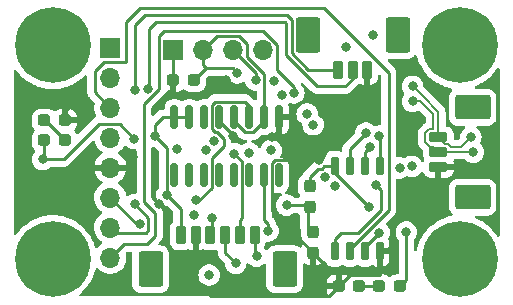
<source format=gbr>
%TF.GenerationSoftware,KiCad,Pcbnew,6.0.11+dfsg-1~bpo11+1*%
%TF.CreationDate,2023-04-29T04:06:51+00:00*%
%TF.ProjectId,slcam,736c6361-6d2e-46b6-9963-61645f706362,v0.2*%
%TF.SameCoordinates,Original*%
%TF.FileFunction,Copper,L1,Top*%
%TF.FilePolarity,Positive*%
%FSLAX46Y46*%
G04 Gerber Fmt 4.6, Leading zero omitted, Abs format (unit mm)*
G04 Created by KiCad (PCBNEW 6.0.11+dfsg-1~bpo11+1) date 2023-04-29 04:06:51*
%MOMM*%
%LPD*%
G01*
G04 APERTURE LIST*
G04 Aperture macros list*
%AMRoundRect*
0 Rectangle with rounded corners*
0 $1 Rounding radius*
0 $2 $3 $4 $5 $6 $7 $8 $9 X,Y pos of 4 corners*
0 Add a 4 corners polygon primitive as box body*
4,1,4,$2,$3,$4,$5,$6,$7,$8,$9,$2,$3,0*
0 Add four circle primitives for the rounded corners*
1,1,$1+$1,$2,$3*
1,1,$1+$1,$4,$5*
1,1,$1+$1,$6,$7*
1,1,$1+$1,$8,$9*
0 Add four rect primitives between the rounded corners*
20,1,$1+$1,$2,$3,$4,$5,0*
20,1,$1+$1,$4,$5,$6,$7,0*
20,1,$1+$1,$6,$7,$8,$9,0*
20,1,$1+$1,$8,$9,$2,$3,0*%
G04 Aperture macros list end*
%TA.AperFunction,ComponentPad*%
%ADD10R,1.700000X1.700000*%
%TD*%
%TA.AperFunction,ComponentPad*%
%ADD11O,1.700000X1.700000*%
%TD*%
%TA.AperFunction,SMDPad,CuDef*%
%ADD12RoundRect,0.150000X0.150000X-0.650000X0.150000X0.650000X-0.150000X0.650000X-0.150000X-0.650000X0*%
%TD*%
%TA.AperFunction,SMDPad,CuDef*%
%ADD13RoundRect,0.150000X-0.150000X0.825000X-0.150000X-0.825000X0.150000X-0.825000X0.150000X0.825000X0*%
%TD*%
%TA.AperFunction,ComponentPad*%
%ADD14C,6.400000*%
%TD*%
%TA.AperFunction,SMDPad,CuDef*%
%ADD15RoundRect,0.237500X-0.237500X0.287500X-0.237500X-0.287500X0.237500X-0.287500X0.237500X0.287500X0*%
%TD*%
%TA.AperFunction,SMDPad,CuDef*%
%ADD16RoundRect,0.237500X0.287500X0.237500X-0.287500X0.237500X-0.287500X-0.237500X0.287500X-0.237500X0*%
%TD*%
%TA.AperFunction,SMDPad,CuDef*%
%ADD17RoundRect,0.200000X-0.200000X-0.600000X0.200000X-0.600000X0.200000X0.600000X-0.200000X0.600000X0*%
%TD*%
%TA.AperFunction,SMDPad,CuDef*%
%ADD18RoundRect,0.250001X-0.799999X-1.249999X0.799999X-1.249999X0.799999X1.249999X-0.799999X1.249999X0*%
%TD*%
%TA.AperFunction,SMDPad,CuDef*%
%ADD19RoundRect,0.200000X0.600000X-0.200000X0.600000X0.200000X-0.600000X0.200000X-0.600000X-0.200000X0*%
%TD*%
%TA.AperFunction,SMDPad,CuDef*%
%ADD20RoundRect,0.250001X1.249999X-0.799999X1.249999X0.799999X-1.249999X0.799999X-1.249999X-0.799999X0*%
%TD*%
%TA.AperFunction,SMDPad,CuDef*%
%ADD21RoundRect,0.237500X-0.287500X-0.237500X0.287500X-0.237500X0.287500X0.237500X-0.287500X0.237500X0*%
%TD*%
%TA.AperFunction,SMDPad,CuDef*%
%ADD22RoundRect,0.200000X0.200000X0.600000X-0.200000X0.600000X-0.200000X-0.600000X0.200000X-0.600000X0*%
%TD*%
%TA.AperFunction,SMDPad,CuDef*%
%ADD23RoundRect,0.250001X0.799999X1.249999X-0.799999X1.249999X-0.799999X-1.249999X0.799999X-1.249999X0*%
%TD*%
%TA.AperFunction,ViaPad*%
%ADD24C,0.800000*%
%TD*%
%TA.AperFunction,Conductor*%
%ADD25C,0.250000*%
%TD*%
%TA.AperFunction,Conductor*%
%ADD26C,0.200000*%
%TD*%
G04 APERTURE END LIST*
D10*
%TO.P,J2,1,Pin_1*%
%TO.N,/SPI_NSS_IMG*%
X205790000Y-53620000D03*
D11*
%TO.P,J2,2,Pin_2*%
%TO.N,/SPI2_MOSI*%
X205790000Y-56160000D03*
%TO.P,J2,3,Pin_3*%
%TO.N,/SPI2_MISO*%
X205790000Y-58700000D03*
%TO.P,J2,4,Pin_4*%
%TO.N,/SPI2_SCK*%
X205790000Y-61240000D03*
%TO.P,J2,5,Pin_5*%
%TO.N,GND*%
X205790000Y-63780000D03*
%TO.P,J2,6,Pin_6*%
%TO.N,/3V3_IMG_SENSOR*%
X205790000Y-66320000D03*
%TO.P,J2,7,Pin_7*%
%TO.N,/I2C_SDA*%
X205790000Y-68860000D03*
%TO.P,J2,8,Pin_8*%
%TO.N,/I2C_SCL*%
X205790000Y-71400000D03*
%TD*%
D12*
%TO.P,U2,1,~{CS}*%
%TO.N,/SPI_NSS_FLASH*%
X224790000Y-70866000D03*
%TO.P,U2,2,DO(IO1)*%
%TO.N,/SPI2_MISO*%
X226060000Y-70866000D03*
%TO.P,U2,3,IO2*%
%TO.N,/FLASH_HR*%
X227330000Y-70866000D03*
%TO.P,U2,4,GND*%
%TO.N,GND*%
X228600000Y-70866000D03*
%TO.P,U2,5,DI(IO0)*%
%TO.N,/SPI2_MOSI*%
X228600000Y-63666000D03*
%TO.P,U2,6,CLK*%
%TO.N,/SPI2_SCK*%
X227330000Y-63666000D03*
%TO.P,U2,7,IO3*%
%TO.N,/FLASH_WP*%
X226060000Y-63666000D03*
%TO.P,U2,8,VCC*%
%TO.N,VCC*%
X224790000Y-63666000D03*
%TD*%
D13*
%TO.P,U4,1,GND*%
%TO.N,GND*%
X220091000Y-59501000D03*
%TO.P,U4,2,IN1*%
%TO.N,VCC*%
X218821000Y-59501000D03*
%TO.P,U4,3,~{EN1}*%
%TO.N,/EN_SWITCH*%
X217551000Y-59501000D03*
%TO.P,U4,4,~{EN2}*%
%TO.N,VCC*%
X216281000Y-59501000D03*
%TO.P,U4,5,GND*%
%TO.N,GND*%
X215011000Y-59501000D03*
%TO.P,U4,6,IN2*%
%TO.N,unconnected-(U4-Pad6)*%
X213741000Y-59501000D03*
%TO.P,U4,7,~{EN3}*%
%TO.N,VCC*%
X212471000Y-59501000D03*
%TO.P,U4,8,~{EN4}*%
X211201000Y-59501000D03*
%TO.P,U4,9,~{OC4}*%
%TO.N,unconnected-(U4-Pad9)*%
X211201000Y-64451000D03*
%TO.P,U4,10,OUT4*%
%TO.N,unconnected-(U4-Pad10)*%
X212471000Y-64451000D03*
%TO.P,U4,11,OUT3*%
%TO.N,unconnected-(U4-Pad11)*%
X213741000Y-64451000D03*
%TO.P,U4,12,~{OC3}*%
%TO.N,unconnected-(U4-Pad12)*%
X215011000Y-64451000D03*
%TO.P,U4,13,~{OC2}*%
%TO.N,unconnected-(U4-Pad13)*%
X216281000Y-64451000D03*
%TO.P,U4,14,OUT2*%
%TO.N,unconnected-(U4-Pad14)*%
X217551000Y-64451000D03*
%TO.P,U4,15,OUT1*%
%TO.N,/3V3_IMG_SENSOR*%
X218821000Y-64451000D03*
%TO.P,U4,16,~{OC1}*%
%TO.N,unconnected-(U4-Pad16)*%
X220091000Y-64451000D03*
%TD*%
D10*
%TO.P,J3,1,Pin_1*%
%TO.N,GND*%
X211074000Y-53848000D03*
D11*
%TO.P,J3,2,Pin_2*%
%TO.N,VCC*%
X213614000Y-53848000D03*
%TO.P,J3,3,Pin_3*%
%TO.N,/SWCLK*%
X216154000Y-53848000D03*
%TO.P,J3,4,Pin_4*%
%TO.N,/SWDIO*%
X218694000Y-53848000D03*
%TD*%
D14*
%TO.P,H1,1*%
%TO.N,N/C*%
X200914000Y-53440000D03*
%TD*%
%TO.P,H2,1*%
%TO.N,N/C*%
X200914000Y-71530000D03*
%TD*%
%TO.P,H3,1*%
%TO.N,N/C*%
X235360000Y-71530000D03*
%TD*%
%TO.P,H4,1*%
%TO.N,N/C*%
X235360000Y-53440000D03*
%TD*%
D15*
%TO.P,C1,1*%
%TO.N,/RESET*%
X222961200Y-69240400D03*
%TO.P,C1,2*%
%TO.N,GND*%
X222961200Y-70990400D03*
%TD*%
D16*
%TO.P,D1,1,K*%
%TO.N,Net-(D1-Pad1)*%
X201930000Y-61468000D03*
%TO.P,D1,2,A*%
%TO.N,VCC*%
X200180000Y-61468000D03*
%TD*%
D17*
%TO.P,J1,1,Pin_1*%
%TO.N,VCC*%
X211759000Y-69482000D03*
%TO.P,J1,2,Pin_2*%
%TO.N,GND*%
X213009000Y-69482000D03*
%TO.P,J1,3,Pin_3*%
%TO.N,/SPI_MISO*%
X214259000Y-69482000D03*
%TO.P,J1,4,Pin_4*%
%TO.N,/SPI_MOSI*%
X215509000Y-69482000D03*
%TO.P,J1,5,Pin_5*%
%TO.N,/SPI_SCK*%
X216759000Y-69482000D03*
%TO.P,J1,6,Pin_6*%
%TO.N,/SPI_NSS*%
X218009000Y-69482000D03*
D18*
%TO.P,J1,MP*%
%TO.N,N/C*%
X209209000Y-72382000D03*
X220559000Y-72382000D03*
%TD*%
D19*
%TO.P,J4,1,Pin_1*%
%TO.N,GND*%
X233566000Y-63734000D03*
%TO.P,J4,2,Pin_2*%
%TO.N,/CAN_P*%
X233566000Y-62484000D03*
%TO.P,J4,3,Pin_3*%
%TO.N,/CAN_N*%
X233566000Y-61234000D03*
D20*
%TO.P,J4,MP*%
%TO.N,N/C*%
X236466000Y-58684000D03*
X236466000Y-66284000D03*
%TD*%
D15*
%TO.P,R1,1*%
%TO.N,VCC*%
X222656400Y-65356800D03*
%TO.P,R1,2*%
%TO.N,/RESET*%
X222656400Y-67106800D03*
%TD*%
D16*
%TO.P,R2,1*%
%TO.N,GND*%
X201930000Y-59791600D03*
%TO.P,R2,2*%
%TO.N,Net-(D1-Pad1)*%
X200180000Y-59791600D03*
%TD*%
D21*
%TO.P,R3,1*%
%TO.N,GND*%
X225134200Y-73812400D03*
%TO.P,R3,2*%
%TO.N,Net-(D2-Pad1)*%
X226884200Y-73812400D03*
%TD*%
D22*
%TO.P,J5,1,Pin_1*%
%TO.N,GND*%
X227564000Y-55486000D03*
%TO.P,J5,2,Pin_2*%
%TO.N,/UART_RX*%
X226314000Y-55486000D03*
%TO.P,J5,3,Pin_3*%
%TO.N,/UART_TX*%
X225064000Y-55486000D03*
D23*
%TO.P,J5,MP*%
%TO.N,N/C*%
X230114000Y-52586000D03*
X222514000Y-52586000D03*
%TD*%
D21*
%TO.P,C2,1*%
%TO.N,GND*%
X211113400Y-56388000D03*
%TO.P,C2,2*%
%TO.N,VCC*%
X212863400Y-56388000D03*
%TD*%
%TO.P,D2,1,K*%
%TO.N,Net-(D2-Pad1)*%
X228549200Y-73812400D03*
%TO.P,D2,2,A*%
%TO.N,/HEARTBEAT*%
X230299200Y-73812400D03*
%TD*%
D24*
%TO.N,/SPI2_MOSI*%
X214582609Y-61547033D03*
X228549200Y-61112400D03*
%TO.N,/SPI2_SCK*%
X227736400Y-62077600D03*
X213862716Y-62271533D03*
%TO.N,/SPI_NSS*%
X218176898Y-71275770D03*
X217554942Y-62558914D03*
%TO.N,/OSC_IN2*%
X223926400Y-64603469D03*
X230276400Y-63804800D03*
%TO.N,/OSC_OUT2*%
X231317808Y-63677808D03*
X224831342Y-65338258D03*
%TO.N,/CAN_SHDN*%
X227990400Y-52527200D03*
X219608400Y-56438800D03*
%TO.N,/CAN_S*%
X225704400Y-53594000D03*
X220343492Y-57617248D03*
%TO.N,/FLASH_WP*%
X222453200Y-59232800D03*
X227431600Y-60858400D03*
%TO.N,/FLASH_HR*%
X228549200Y-69291200D03*
X222961200Y-60147200D03*
%TO.N,GND*%
X223874508Y-72301899D03*
X231648000Y-59944000D03*
X209905340Y-66900067D03*
X223418400Y-63144400D03*
X226699310Y-57584114D03*
X216215829Y-61075500D03*
X203259568Y-63424233D03*
X202965109Y-57969203D03*
X219456000Y-61214000D03*
X207684157Y-62861398D03*
X211875998Y-71719462D03*
X227299379Y-59020643D03*
X215544400Y-56337200D03*
X210914757Y-57558174D03*
%TO.N,/RESET*%
X220726000Y-66954400D03*
%TO.N,VCC*%
X216533789Y-55756717D03*
X209539521Y-61117670D03*
X210592701Y-66090510D03*
X227652581Y-67134899D03*
X207826560Y-61320012D03*
X200050400Y-63093600D03*
X214158678Y-72875069D03*
%TO.N,/SPI_SCK*%
X216273572Y-62608328D03*
%TO.N,/SPI_MISO*%
X214376000Y-68072000D03*
%TO.N,/SPI_MOSI*%
X212852000Y-67818000D03*
X216408000Y-71882000D03*
%TO.N,/I2C_SCL*%
X221333733Y-57460547D03*
%TO.N,/I2C_SDA*%
X207877524Y-66895134D03*
X219405200Y-62331600D03*
%TO.N,/3V3_IMG_SENSOR*%
X219151200Y-69138800D03*
X208280000Y-68580000D03*
%TO.N,/SWCLK*%
X218096500Y-56353495D03*
%TO.N,/CAN_N*%
X231394000Y-56896000D03*
X236321600Y-61214000D03*
%TO.N,/CAN_P*%
X236524800Y-62484000D03*
X231394000Y-58166000D03*
%TO.N,/UART_TX*%
X207873600Y-57251600D03*
%TO.N,/UART_RX*%
X208940400Y-57099200D03*
%TO.N,/EN_SWITCH*%
X213050984Y-66523873D03*
%TO.N,/SPI_NSS_FLASH*%
X228319288Y-65247403D03*
X211466546Y-62223783D03*
%TO.N,/HEARTBEAT*%
X230845484Y-69227294D03*
%TD*%
D25*
%TO.N,/SPI2_MISO*%
X229360075Y-67364853D02*
X229360075Y-55740292D01*
X204470000Y-57380000D02*
X205790000Y-58700000D01*
X207149089Y-54800911D02*
X205264584Y-54800911D01*
X223912873Y-50293090D02*
X208281090Y-50293090D01*
X205264584Y-54800911D02*
X204470000Y-55595495D01*
X226060000Y-70866000D02*
X226060000Y-70664928D01*
X208280000Y-50292000D02*
X207149089Y-51422911D01*
X204470000Y-55595495D02*
X204470000Y-57380000D01*
X208281090Y-50293090D02*
X208280000Y-50292000D01*
X229360075Y-55740292D02*
X223912873Y-50293090D01*
X207149089Y-51422911D02*
X207149089Y-54800911D01*
X226060000Y-70664928D02*
X229360075Y-67364853D01*
%TO.N,/SPI2_MOSI*%
X228600000Y-63666000D02*
X228600000Y-61163200D01*
X228600000Y-61163200D02*
X228549200Y-61112400D01*
%TO.N,/SPI2_SCK*%
X227736400Y-62077600D02*
X227330000Y-62484000D01*
X227330000Y-62484000D02*
X227330000Y-63666000D01*
%TO.N,/SPI_NSS*%
X218009000Y-69482000D02*
X218009000Y-71107872D01*
X218009000Y-71107872D02*
X218176898Y-71275770D01*
%TO.N,/FLASH_WP*%
X226060000Y-63666000D02*
X226060000Y-62230000D01*
X226060000Y-62230000D02*
X227431600Y-60858400D01*
%TO.N,/FLASH_HR*%
X227330000Y-70866000D02*
X227330000Y-70510400D01*
X227330000Y-70510400D02*
X228549200Y-69291200D01*
%TO.N,GND*%
X214356040Y-74656040D02*
X211875998Y-72175998D01*
X211074000Y-53848000D02*
X211074000Y-56377000D01*
X229108000Y-70866000D02*
X229809595Y-70164405D01*
X222961200Y-70990400D02*
X219466480Y-67495680D01*
X228600000Y-70866000D02*
X229108000Y-70866000D01*
X215934448Y-60800520D02*
X215011000Y-59877072D01*
X211875998Y-72175998D02*
X211875998Y-71719462D01*
X229809595Y-68386405D02*
X233566000Y-64630000D01*
X219466480Y-67495680D02*
X219466480Y-63429448D01*
X228600000Y-70866000D02*
X228600000Y-72898000D01*
X215011000Y-59877072D02*
X215011000Y-59501000D01*
X211113400Y-57359531D02*
X210914757Y-57558174D01*
X233566000Y-64630000D02*
X233566000Y-63734000D01*
X228600000Y-72898000D02*
X226048600Y-72898000D01*
X219744448Y-63151480D02*
X223411320Y-63151480D01*
X223411320Y-63151480D02*
X223418400Y-63144400D01*
X224290560Y-74656040D02*
X214356040Y-74656040D01*
X211074000Y-56377000D02*
X211085000Y-56388000D01*
X223874508Y-72301899D02*
X223874508Y-71903708D01*
X220091000Y-59501000D02*
X220091000Y-60579000D01*
X201930000Y-59004312D02*
X202965109Y-57969203D01*
X201930000Y-59791600D02*
X201930000Y-59004312D01*
X226048600Y-72898000D02*
X225134200Y-73812400D01*
X219466480Y-63429448D02*
X219744448Y-63151480D01*
X220091000Y-60579000D02*
X219456000Y-61214000D01*
X225134200Y-73812400D02*
X224290560Y-74656040D01*
X223874508Y-71903708D02*
X222961200Y-70990400D01*
X229809595Y-70164405D02*
X229809595Y-68386405D01*
X228600000Y-71120000D02*
X228600000Y-70866000D01*
X215940849Y-60800520D02*
X215934448Y-60800520D01*
X216215829Y-61075500D02*
X215940849Y-60800520D01*
X211113400Y-56388000D02*
X211113400Y-57359531D01*
%TO.N,/RESET*%
X222961200Y-69240400D02*
X222504000Y-68783200D01*
X222504000Y-67259200D02*
X222656400Y-67106800D01*
X222504000Y-68783200D02*
X222504000Y-67259200D01*
X222504000Y-66954400D02*
X222656400Y-67106800D01*
X220726000Y-66954400D02*
X222504000Y-66954400D01*
%TO.N,VCC*%
X223921414Y-63666000D02*
X223718503Y-63868911D01*
X217897552Y-60800520D02*
X217204448Y-60800520D01*
X216718001Y-52672999D02*
X214789001Y-52672999D01*
X213614000Y-55118000D02*
X213614000Y-53848000D01*
X217204448Y-60800520D02*
X216281000Y-59877072D01*
X216149072Y-55372000D02*
X213879400Y-55372000D01*
X213879400Y-55372000D02*
X212863400Y-56388000D01*
X211201000Y-59501000D02*
X210247000Y-59501000D01*
X222656400Y-64617600D02*
X222656400Y-65356800D01*
X212863400Y-56388000D02*
X213868000Y-55383400D01*
X210247000Y-59501000D02*
X209539521Y-60208479D01*
X216281000Y-59877072D02*
X216281000Y-59501000D01*
X214789001Y-52672999D02*
X214463999Y-52998001D01*
X210592701Y-66090510D02*
X210576480Y-66074289D01*
X218821000Y-55878590D02*
X217329001Y-54386591D01*
X217329001Y-54386591D02*
X217329001Y-53283999D01*
X223718503Y-63868911D02*
X223405089Y-63868911D01*
X200180000Y-62964000D02*
X200050400Y-63093600D01*
X201828400Y-63093600D02*
X200050400Y-63093600D01*
X218821000Y-59501000D02*
X218821000Y-59877072D01*
X206572037Y-60065489D02*
X204856511Y-60065489D01*
X210592701Y-66090510D02*
X211759000Y-67256809D01*
X209539521Y-60208479D02*
X209539521Y-61117670D01*
X224790000Y-64272318D02*
X224790000Y-63666000D01*
X213868000Y-55372000D02*
X213614000Y-55118000D01*
X207826560Y-61320012D02*
X206572037Y-60065489D01*
X212471000Y-59501000D02*
X211201000Y-59501000D01*
X224790000Y-63666000D02*
X223921414Y-63666000D01*
X218821000Y-59877072D02*
X217897552Y-60800520D01*
X211759000Y-67256809D02*
X211759000Y-69482000D01*
X227652581Y-67134899D02*
X224790000Y-64272318D01*
X223405089Y-63868911D02*
X222656400Y-64617600D01*
X200180000Y-61468000D02*
X200180000Y-62964000D01*
X214463999Y-52998001D02*
X213614000Y-53848000D01*
X209539521Y-61117670D02*
X210576480Y-62154629D01*
X216533789Y-55756717D02*
X216149072Y-55372000D01*
X204856511Y-60065489D02*
X201828400Y-63093600D01*
X210576480Y-66074289D02*
X210576480Y-62154629D01*
X217329001Y-53283999D02*
X216718001Y-52672999D01*
X218821000Y-59501000D02*
X218821000Y-55878590D01*
X213868000Y-55383400D02*
X213868000Y-55372000D01*
%TO.N,Net-(D1-Pad1)*%
X201930000Y-61468000D02*
X200253600Y-59791600D01*
X200253600Y-59791600D02*
X200180000Y-59791600D01*
%TO.N,Net-(D2-Pad1)*%
X228549200Y-73812400D02*
X226884200Y-73812400D01*
%TO.N,/SPI_SCK*%
X216759000Y-68229000D02*
X216926480Y-68061520D01*
X216926480Y-63261236D02*
X216273572Y-62608328D01*
X216759000Y-69482000D02*
X216759000Y-68229000D01*
X216926480Y-68061520D02*
X216926480Y-63261236D01*
%TO.N,/SPI_MISO*%
X214259000Y-69190217D02*
X214259000Y-69482000D01*
X214376000Y-68072000D02*
X214376000Y-69073217D01*
X214376000Y-69073217D02*
X214259000Y-69190217D01*
%TO.N,/SPI_MOSI*%
X215509000Y-70983000D02*
X215509000Y-69482000D01*
X216408000Y-71882000D02*
X215509000Y-70983000D01*
%TO.N,/I2C_SCL*%
X209899489Y-52673489D02*
X209899489Y-57164725D01*
X209610613Y-69535387D02*
X208882690Y-70263310D01*
X210349499Y-52223479D02*
X209899489Y-52673489D01*
X208644214Y-58420000D02*
X208644214Y-66676030D01*
X206926690Y-70263310D02*
X205790000Y-71400000D01*
X221333733Y-56944933D02*
X219868511Y-55479711D01*
X219868511Y-53361501D02*
X218730489Y-52223479D01*
X218730489Y-52223479D02*
X210349499Y-52223479D01*
X221333733Y-57460547D02*
X221333733Y-56944933D01*
X209610613Y-67642429D02*
X209610613Y-69535387D01*
X208882690Y-70263310D02*
X206926690Y-70263310D01*
X219868511Y-55479711D02*
X219868511Y-53361501D01*
X208644214Y-66676030D02*
X209610613Y-67642429D01*
X209899489Y-57164725D02*
X208644214Y-58420000D01*
%TO.N,/I2C_SDA*%
X205790000Y-68860000D02*
X206234511Y-69304511D01*
X209004511Y-69089279D02*
X209004511Y-68022121D01*
X209004511Y-68022121D02*
X207877524Y-66895134D01*
X206234511Y-69304511D02*
X208789279Y-69304511D01*
X208789279Y-69304511D02*
X209004511Y-69089279D01*
%TO.N,/3V3_IMG_SENSOR*%
X218821000Y-64451000D02*
X218821000Y-68199000D01*
X219151200Y-68529200D02*
X219151200Y-69138800D01*
X218821000Y-68199000D02*
X219151200Y-68529200D01*
X208280000Y-68810000D02*
X205790000Y-66320000D01*
%TO.N,/SWCLK*%
X218096500Y-55790500D02*
X216154000Y-53848000D01*
X218096500Y-56353495D02*
X218096500Y-55790500D01*
D26*
%TO.N,/CAN_N*%
X233566000Y-61234000D02*
X233566000Y-59068000D01*
X235501601Y-62033999D02*
X234623106Y-62033999D01*
X233566000Y-59068000D02*
X232345802Y-57847802D01*
X234116000Y-61784000D02*
X233566000Y-61234000D01*
X232345802Y-57847802D02*
X231394000Y-56896000D01*
X236321600Y-61214000D02*
X235501601Y-62033999D01*
X234623106Y-62033999D02*
X234373107Y-61784000D01*
X234373107Y-61784000D02*
X234116000Y-61784000D01*
%TO.N,/CAN_P*%
X232758888Y-60533990D02*
X233116000Y-60533990D01*
X233116000Y-60533990D02*
X233116000Y-59254397D01*
X233116000Y-59254397D02*
X232027603Y-58166000D01*
X232027603Y-58166000D02*
X231394000Y-58166000D01*
X236524800Y-62484000D02*
X233566000Y-62484000D01*
X233566000Y-62484000D02*
X233116000Y-62034000D01*
X232465990Y-61641112D02*
X232465990Y-60826888D01*
X232858878Y-62034000D02*
X232465990Y-61641112D01*
X232465990Y-60826888D02*
X232758888Y-60533990D01*
X233116000Y-62034000D02*
X232858878Y-62034000D01*
D25*
%TO.N,/UART_TX*%
X225064000Y-55486000D02*
X222550810Y-55486000D01*
X220752796Y-50901600D02*
X208686400Y-50901600D01*
X207873600Y-51714400D02*
X207873600Y-57251600D01*
X208686400Y-50901600D02*
X207873600Y-51714400D01*
X222550810Y-55486000D02*
X221138990Y-54074180D01*
X221138990Y-51287794D02*
X220752796Y-50901600D01*
X221138990Y-54074180D02*
X221138990Y-51287794D01*
%TO.N,/UART_RX*%
X220675200Y-51562000D02*
X220573600Y-51460400D01*
X225704000Y-56896000D02*
X223324400Y-56896000D01*
X220573600Y-51460400D02*
X209651600Y-51460400D01*
X220675200Y-54246800D02*
X220675200Y-51562000D01*
X226314000Y-56286000D02*
X225704000Y-56896000D01*
X209651600Y-51460400D02*
X209042000Y-52070000D01*
X223324400Y-56896000D02*
X220675200Y-54246800D01*
X209042000Y-56997600D02*
X208940400Y-57099200D01*
X209042000Y-52070000D02*
X209042000Y-56997600D01*
X226314000Y-55486000D02*
X226314000Y-56286000D01*
%TO.N,/EN_SWITCH*%
X214386480Y-65472552D02*
X214386480Y-62981520D01*
X214386480Y-60522552D02*
X214386480Y-58479448D01*
X214861401Y-60800520D02*
X214664448Y-60800520D01*
X217170000Y-58201480D02*
X217551000Y-58582480D01*
X214664448Y-60800520D02*
X214386480Y-60522552D01*
X214386480Y-62981520D02*
X215392000Y-61976000D01*
X213335159Y-66523873D02*
X214386480Y-65472552D01*
X213050984Y-66523873D02*
X213335159Y-66523873D01*
X215392000Y-61976000D02*
X215392000Y-61331119D01*
X215392000Y-61331119D02*
X214861401Y-60800520D01*
X214386480Y-58479448D02*
X214664448Y-58201480D01*
X217551000Y-58582480D02*
X217551000Y-59501000D01*
X214664448Y-58201480D02*
X217170000Y-58201480D01*
%TO.N,/SPI_NSS_FLASH*%
X225298000Y-69342000D02*
X224790000Y-69850000D01*
X224790000Y-69850000D02*
X224790000Y-70866000D01*
X228712003Y-65640118D02*
X228712003Y-67377207D01*
X228319288Y-65247403D02*
X228712003Y-65640118D01*
X228712003Y-67377207D02*
X226747210Y-69342000D01*
X226747210Y-69342000D02*
X225298000Y-69342000D01*
%TO.N,/HEARTBEAT*%
X230845484Y-69227294D02*
X230845484Y-73266116D01*
X230845484Y-73266116D02*
X230299200Y-73812400D01*
%TD*%
%TA.AperFunction,Conductor*%
%TO.N,GND*%
G36*
X238716465Y-55344863D02*
G01*
X238754564Y-55404771D01*
X238759500Y-55439694D01*
X238759500Y-69530306D01*
X238739498Y-69598427D01*
X238685842Y-69644920D01*
X238615568Y-69655024D01*
X238550988Y-69625530D01*
X238527827Y-69598930D01*
X238366152Y-69349971D01*
X238366152Y-69349970D01*
X238364357Y-69347207D01*
X238194758Y-69137771D01*
X238121809Y-69047686D01*
X238121806Y-69047682D01*
X238119734Y-69045124D01*
X237844876Y-68770266D01*
X237841145Y-68767244D01*
X237646603Y-68609707D01*
X237542793Y-68525643D01*
X237495088Y-68494663D01*
X237219564Y-68315736D01*
X237219561Y-68315734D01*
X237216795Y-68313938D01*
X237213861Y-68312443D01*
X237213854Y-68312439D01*
X236873393Y-68138966D01*
X236870453Y-68137468D01*
X236736716Y-68086131D01*
X236680287Y-68043045D01*
X236656111Y-67976292D01*
X236671862Y-67907064D01*
X236722540Y-67857343D01*
X236781870Y-67842500D01*
X237766400Y-67842500D01*
X237769646Y-67842163D01*
X237769650Y-67842163D01*
X237865307Y-67832238D01*
X237865311Y-67832237D01*
X237872165Y-67831526D01*
X237878701Y-67829345D01*
X237878703Y-67829345D01*
X238022120Y-67781497D01*
X238039945Y-67775550D01*
X238190348Y-67682478D01*
X238200965Y-67671843D01*
X238310134Y-67562483D01*
X238315305Y-67557303D01*
X238319520Y-67550465D01*
X238404275Y-67412968D01*
X238404276Y-67412966D01*
X238408115Y-67406738D01*
X238450187Y-67279895D01*
X238461632Y-67245389D01*
X238461632Y-67245387D01*
X238463797Y-67238861D01*
X238464733Y-67229732D01*
X238471917Y-67159607D01*
X238474500Y-67134400D01*
X238474500Y-65433600D01*
X238474163Y-65430350D01*
X238464238Y-65334693D01*
X238464237Y-65334689D01*
X238463526Y-65327835D01*
X238460862Y-65319848D01*
X238409868Y-65167003D01*
X238407550Y-65160055D01*
X238314478Y-65009652D01*
X238189303Y-64884695D01*
X238183072Y-64880854D01*
X238044968Y-64795725D01*
X238044966Y-64795724D01*
X238038738Y-64791885D01*
X237949421Y-64762260D01*
X237877389Y-64738368D01*
X237877387Y-64738368D01*
X237870861Y-64736203D01*
X237864025Y-64735503D01*
X237864022Y-64735502D01*
X237820969Y-64731091D01*
X237766400Y-64725500D01*
X235165600Y-64725500D01*
X235162354Y-64725837D01*
X235162350Y-64725837D01*
X235066693Y-64735762D01*
X235066689Y-64735763D01*
X235059835Y-64736474D01*
X235053299Y-64738655D01*
X235053297Y-64738655D01*
X234982545Y-64762260D01*
X234892055Y-64792450D01*
X234741652Y-64885522D01*
X234616695Y-65010697D01*
X234612855Y-65016927D01*
X234612854Y-65016928D01*
X234553221Y-65113671D01*
X234523885Y-65161262D01*
X234516973Y-65182101D01*
X234471285Y-65319848D01*
X234468203Y-65329139D01*
X234457500Y-65433600D01*
X234457500Y-67134400D01*
X234457837Y-67137646D01*
X234457837Y-67137650D01*
X234465980Y-67216126D01*
X234468474Y-67240165D01*
X234470655Y-67246701D01*
X234470655Y-67246703D01*
X234500051Y-67334812D01*
X234524450Y-67407945D01*
X234617522Y-67558348D01*
X234703188Y-67643864D01*
X234731540Y-67672167D01*
X234765619Y-67734449D01*
X234760616Y-67805269D01*
X234718119Y-67862142D01*
X234662234Y-67885789D01*
X234587901Y-67897562D01*
X234212438Y-67998167D01*
X234209350Y-67999352D01*
X234209348Y-67999353D01*
X234147313Y-68023166D01*
X233849547Y-68137468D01*
X233846607Y-68138966D01*
X233506147Y-68312439D01*
X233506140Y-68312443D01*
X233503206Y-68313938D01*
X233500440Y-68315734D01*
X233500437Y-68315736D01*
X233288069Y-68453649D01*
X233177207Y-68525643D01*
X233073397Y-68609707D01*
X232878856Y-68767244D01*
X232875124Y-68770266D01*
X232600266Y-69045124D01*
X232598194Y-69047682D01*
X232598191Y-69047686D01*
X232525242Y-69137771D01*
X232355643Y-69347207D01*
X232353848Y-69349970D01*
X232353848Y-69349971D01*
X232152067Y-69660689D01*
X232143938Y-69673206D01*
X232142443Y-69676140D01*
X232142439Y-69676147D01*
X232023532Y-69909515D01*
X231967468Y-70019547D01*
X231895107Y-70208054D01*
X231831469Y-70373837D01*
X231828167Y-70382438D01*
X231780364Y-70560841D01*
X231731288Y-70743997D01*
X231727562Y-70757901D01*
X231727053Y-70757765D01*
X231694504Y-70818057D01*
X231632355Y-70852379D01*
X231561516Y-70847652D01*
X231504477Y-70805378D01*
X231479349Y-70738977D01*
X231478984Y-70729388D01*
X231478984Y-69929818D01*
X231498986Y-69861697D01*
X231511342Y-69845515D01*
X231584524Y-69764238D01*
X231664607Y-69625530D01*
X231676707Y-69604573D01*
X231676708Y-69604572D01*
X231680011Y-69598850D01*
X231739026Y-69417222D01*
X231745251Y-69358000D01*
X231758298Y-69233859D01*
X231758988Y-69227294D01*
X231748997Y-69132235D01*
X231739716Y-69043929D01*
X231739716Y-69043927D01*
X231739026Y-69037366D01*
X231680011Y-68855738D01*
X231663452Y-68827056D01*
X231633393Y-68774994D01*
X231584524Y-68690350D01*
X231511383Y-68609118D01*
X231461159Y-68553339D01*
X231461158Y-68553338D01*
X231456737Y-68548428D01*
X231357641Y-68476430D01*
X231307578Y-68440057D01*
X231307577Y-68440056D01*
X231302236Y-68436176D01*
X231296208Y-68433492D01*
X231296206Y-68433491D01*
X231133803Y-68361185D01*
X231133802Y-68361185D01*
X231127772Y-68358500D01*
X231034372Y-68338647D01*
X230947428Y-68320166D01*
X230947423Y-68320166D01*
X230940971Y-68318794D01*
X230749997Y-68318794D01*
X230743545Y-68320166D01*
X230743540Y-68320166D01*
X230656597Y-68338647D01*
X230563196Y-68358500D01*
X230557166Y-68361185D01*
X230557165Y-68361185D01*
X230394762Y-68433491D01*
X230394760Y-68433492D01*
X230388732Y-68436176D01*
X230383391Y-68440056D01*
X230383390Y-68440057D01*
X230333327Y-68476430D01*
X230234231Y-68548428D01*
X230229810Y-68553338D01*
X230229809Y-68553339D01*
X230179586Y-68609118D01*
X230106444Y-68690350D01*
X230057575Y-68774994D01*
X230027517Y-68827056D01*
X230010957Y-68855738D01*
X229951942Y-69037366D01*
X229951252Y-69043927D01*
X229951252Y-69043929D01*
X229941971Y-69132235D01*
X229931980Y-69227294D01*
X229932670Y-69233859D01*
X229945718Y-69358000D01*
X229951942Y-69417222D01*
X230010957Y-69598850D01*
X230014260Y-69604572D01*
X230014261Y-69604573D01*
X230026361Y-69625530D01*
X230106444Y-69764238D01*
X230179621Y-69845509D01*
X230210337Y-69909515D01*
X230211984Y-69929818D01*
X230211984Y-72702900D01*
X230191982Y-72771021D01*
X230138326Y-72817514D01*
X230085984Y-72828900D01*
X229962128Y-72828900D01*
X229958882Y-72829237D01*
X229958878Y-72829237D01*
X229864965Y-72838981D01*
X229864961Y-72838982D01*
X229858107Y-72839693D01*
X229851571Y-72841874D01*
X229851569Y-72841874D01*
X229771750Y-72868504D01*
X229693093Y-72894746D01*
X229686861Y-72898602D01*
X229686862Y-72898602D01*
X229552690Y-72981630D01*
X229545169Y-72986284D01*
X229513321Y-73018187D01*
X229451041Y-73052266D01*
X229380221Y-73047263D01*
X229335133Y-73018343D01*
X229307384Y-72990643D01*
X229302203Y-72985471D01*
X229154120Y-72894191D01*
X228989009Y-72839426D01*
X228982173Y-72838726D01*
X228982170Y-72838725D01*
X228930674Y-72833449D01*
X228886272Y-72828900D01*
X228212128Y-72828900D01*
X228208882Y-72829237D01*
X228208878Y-72829237D01*
X228114965Y-72838981D01*
X228114961Y-72838982D01*
X228108107Y-72839693D01*
X228101571Y-72841874D01*
X228101569Y-72841874D01*
X228021750Y-72868504D01*
X227943093Y-72894746D01*
X227936861Y-72898602D01*
X227936862Y-72898602D01*
X227801396Y-72982430D01*
X227801395Y-72982431D01*
X227795169Y-72986284D01*
X227793225Y-72988232D01*
X227729156Y-73014164D01*
X227659392Y-73000993D01*
X227640816Y-72989077D01*
X227637203Y-72985471D01*
X227489120Y-72894191D01*
X227324009Y-72839426D01*
X227317173Y-72838726D01*
X227317170Y-72838725D01*
X227265674Y-72833449D01*
X227221272Y-72828900D01*
X226547128Y-72828900D01*
X226543882Y-72829237D01*
X226543878Y-72829237D01*
X226449965Y-72838981D01*
X226449961Y-72838982D01*
X226443107Y-72839693D01*
X226436571Y-72841874D01*
X226436569Y-72841874D01*
X226356750Y-72868504D01*
X226278093Y-72894746D01*
X226130169Y-72986284D01*
X226097969Y-73018541D01*
X226035688Y-73052620D01*
X225964868Y-73047618D01*
X225919778Y-73018696D01*
X225892071Y-72991037D01*
X225880660Y-72982025D01*
X225745137Y-72898488D01*
X225731959Y-72892344D01*
X225580434Y-72842085D01*
X225567068Y-72839219D01*
X225474430Y-72829728D01*
X225468015Y-72829400D01*
X225406315Y-72829400D01*
X225391076Y-72833875D01*
X225389871Y-72835265D01*
X225388200Y-72842948D01*
X225388200Y-73940400D01*
X225368198Y-74008521D01*
X225314542Y-74055014D01*
X225262200Y-74066400D01*
X224119315Y-74066400D01*
X224104076Y-74070875D01*
X224102871Y-74072265D01*
X224101200Y-74079948D01*
X224101200Y-74096166D01*
X224101537Y-74102682D01*
X224111275Y-74196532D01*
X224114168Y-74209928D01*
X224164688Y-74361353D01*
X224170851Y-74374511D01*
X224238108Y-74483197D01*
X224256945Y-74551649D01*
X224235784Y-74619419D01*
X224181343Y-74664990D01*
X224130963Y-74675500D01*
X203278309Y-74675500D01*
X203210188Y-74655498D01*
X203163695Y-74601842D01*
X203153591Y-74531568D01*
X203183085Y-74466988D01*
X203199014Y-74451580D01*
X203396314Y-74291809D01*
X203396318Y-74291806D01*
X203398876Y-74289734D01*
X203673734Y-74014876D01*
X203678881Y-74008521D01*
X203861043Y-73783569D01*
X203918357Y-73712793D01*
X203939263Y-73680601D01*
X204128264Y-73389563D01*
X204128266Y-73389560D01*
X204130062Y-73386794D01*
X204150774Y-73346146D01*
X204305034Y-73043393D01*
X204306532Y-73040453D01*
X204413767Y-72761097D01*
X204444647Y-72680652D01*
X204444648Y-72680650D01*
X204445833Y-72677562D01*
X204538742Y-72330819D01*
X204575694Y-72270197D01*
X204639554Y-72239176D01*
X204710049Y-72247604D01*
X204755686Y-72280933D01*
X204832865Y-72370031D01*
X204832869Y-72370035D01*
X204836250Y-72373938D01*
X205008126Y-72516632D01*
X205201000Y-72629338D01*
X205409692Y-72709030D01*
X205414760Y-72710061D01*
X205414763Y-72710062D01*
X205522017Y-72731883D01*
X205628597Y-72753567D01*
X205633772Y-72753757D01*
X205633774Y-72753757D01*
X205846673Y-72761564D01*
X205846677Y-72761564D01*
X205851837Y-72761753D01*
X205856957Y-72761097D01*
X205856959Y-72761097D01*
X206068288Y-72734025D01*
X206068289Y-72734025D01*
X206073416Y-72733368D01*
X206078366Y-72731883D01*
X206282429Y-72670661D01*
X206282434Y-72670659D01*
X206287384Y-72669174D01*
X206487994Y-72570896D01*
X206669860Y-72441173D01*
X206828096Y-72283489D01*
X206911411Y-72167544D01*
X206955435Y-72106277D01*
X206958453Y-72102077D01*
X206965494Y-72087832D01*
X207055136Y-71906453D01*
X207055137Y-71906451D01*
X207057430Y-71901811D01*
X207096934Y-71771790D01*
X207120865Y-71693023D01*
X207120865Y-71693021D01*
X207122370Y-71688069D01*
X207151529Y-71466590D01*
X207152665Y-71420107D01*
X207153074Y-71403365D01*
X207153074Y-71403361D01*
X207153156Y-71400000D01*
X207134852Y-71177361D01*
X207106821Y-71065765D01*
X207109625Y-70994823D01*
X207139930Y-70945974D01*
X207152189Y-70933715D01*
X207214501Y-70899689D01*
X207241284Y-70896810D01*
X207529864Y-70896810D01*
X207597985Y-70916812D01*
X207644478Y-70970468D01*
X207655208Y-71035652D01*
X207650500Y-71081600D01*
X207650500Y-73682400D01*
X207650837Y-73685646D01*
X207650837Y-73685650D01*
X207657020Y-73745235D01*
X207661474Y-73788165D01*
X207717450Y-73955945D01*
X207810522Y-74106348D01*
X207935697Y-74231305D01*
X207941927Y-74235145D01*
X207941928Y-74235146D01*
X208079090Y-74319694D01*
X208086262Y-74324115D01*
X208166005Y-74350564D01*
X208247611Y-74377632D01*
X208247613Y-74377632D01*
X208254139Y-74379797D01*
X208260975Y-74380497D01*
X208260978Y-74380498D01*
X208304031Y-74384909D01*
X208358600Y-74390500D01*
X210059400Y-74390500D01*
X210062646Y-74390163D01*
X210062650Y-74390163D01*
X210158307Y-74380238D01*
X210158311Y-74380237D01*
X210165165Y-74379526D01*
X210171701Y-74377345D01*
X210171703Y-74377345D01*
X210303805Y-74333272D01*
X210332945Y-74323550D01*
X210483348Y-74230478D01*
X210608305Y-74105303D01*
X210664045Y-74014876D01*
X210697275Y-73960968D01*
X210697276Y-73960966D01*
X210701115Y-73954738D01*
X210756797Y-73786861D01*
X210767500Y-73682400D01*
X210767500Y-72875069D01*
X213245174Y-72875069D01*
X213245864Y-72881634D01*
X213260649Y-73022301D01*
X213265136Y-73064997D01*
X213324151Y-73246625D01*
X213327454Y-73252347D01*
X213327455Y-73252348D01*
X213342428Y-73278281D01*
X213419638Y-73412013D01*
X213424056Y-73416920D01*
X213424057Y-73416921D01*
X213506174Y-73508121D01*
X213547425Y-73553935D01*
X213701926Y-73666187D01*
X213707954Y-73668871D01*
X213707956Y-73668872D01*
X213870359Y-73741178D01*
X213876390Y-73743863D01*
X213969791Y-73763716D01*
X214056734Y-73782197D01*
X214056739Y-73782197D01*
X214063191Y-73783569D01*
X214254165Y-73783569D01*
X214260617Y-73782197D01*
X214260622Y-73782197D01*
X214347565Y-73763716D01*
X214440966Y-73743863D01*
X214446997Y-73741178D01*
X214609400Y-73668872D01*
X214609402Y-73668871D01*
X214615430Y-73666187D01*
X214769931Y-73553935D01*
X214811182Y-73508121D01*
X214893299Y-73416921D01*
X214893300Y-73416920D01*
X214897718Y-73412013D01*
X214974928Y-73278281D01*
X214989901Y-73252348D01*
X214989902Y-73252347D01*
X214993205Y-73246625D01*
X215052220Y-73064997D01*
X215056708Y-73022301D01*
X215071492Y-72881634D01*
X215072182Y-72875069D01*
X215068362Y-72838725D01*
X215052910Y-72691704D01*
X215052910Y-72691702D01*
X215052220Y-72685141D01*
X214993205Y-72503513D01*
X214897718Y-72338125D01*
X214836556Y-72270197D01*
X214774353Y-72201114D01*
X214774352Y-72201113D01*
X214769931Y-72196203D01*
X214615430Y-72083951D01*
X214609402Y-72081267D01*
X214609400Y-72081266D01*
X214446997Y-72008960D01*
X214446996Y-72008960D01*
X214440966Y-72006275D01*
X214344117Y-71985689D01*
X214260622Y-71967941D01*
X214260617Y-71967941D01*
X214254165Y-71966569D01*
X214063191Y-71966569D01*
X214056739Y-71967941D01*
X214056734Y-71967941D01*
X213973239Y-71985689D01*
X213876390Y-72006275D01*
X213870360Y-72008960D01*
X213870359Y-72008960D01*
X213707956Y-72081266D01*
X213707954Y-72081267D01*
X213701926Y-72083951D01*
X213547425Y-72196203D01*
X213543004Y-72201113D01*
X213543003Y-72201114D01*
X213480801Y-72270197D01*
X213419638Y-72338125D01*
X213324151Y-72503513D01*
X213265136Y-72685141D01*
X213264446Y-72691702D01*
X213264446Y-72691704D01*
X213248994Y-72838725D01*
X213245174Y-72875069D01*
X210767500Y-72875069D01*
X210767500Y-71081600D01*
X210762733Y-71035653D01*
X210757238Y-70982693D01*
X210757237Y-70982689D01*
X210756526Y-70975835D01*
X210738869Y-70922909D01*
X210702868Y-70815003D01*
X210700550Y-70808055D01*
X210607478Y-70657652D01*
X210482303Y-70532695D01*
X210474292Y-70527757D01*
X210337968Y-70443725D01*
X210337966Y-70443724D01*
X210331738Y-70439885D01*
X210171254Y-70386655D01*
X210170389Y-70386368D01*
X210170387Y-70386368D01*
X210163861Y-70384203D01*
X210157025Y-70383503D01*
X210157022Y-70383502D01*
X210113969Y-70379091D01*
X210059400Y-70373500D01*
X209972594Y-70373500D01*
X209904473Y-70353498D01*
X209857980Y-70299842D01*
X209847876Y-70229568D01*
X209877370Y-70164988D01*
X209883499Y-70158405D01*
X210002860Y-70039044D01*
X210011150Y-70031500D01*
X210017631Y-70027387D01*
X210064272Y-69977719D01*
X210067026Y-69974878D01*
X210086748Y-69955156D01*
X210089225Y-69951963D01*
X210096930Y-69942942D01*
X210121772Y-69916487D01*
X210127199Y-69910708D01*
X210136262Y-69894222D01*
X210136959Y-69892955D01*
X210147815Y-69876428D01*
X210155370Y-69866689D01*
X210155371Y-69866687D01*
X210160227Y-69860427D01*
X210177787Y-69819847D01*
X210183004Y-69809199D01*
X210200488Y-69777396D01*
X210200489Y-69777394D01*
X210204308Y-69770447D01*
X210207371Y-69758520D01*
X210209346Y-69750825D01*
X210215750Y-69732121D01*
X210220646Y-69720807D01*
X210220646Y-69720806D01*
X210223794Y-69713532D01*
X210225033Y-69705709D01*
X210225036Y-69705699D01*
X210230712Y-69669863D01*
X210233118Y-69658243D01*
X210242141Y-69623098D01*
X210242141Y-69623097D01*
X210244113Y-69615417D01*
X210244113Y-69595163D01*
X210245664Y-69575452D01*
X210247593Y-69563273D01*
X210248833Y-69555444D01*
X210244672Y-69511425D01*
X210244113Y-69499568D01*
X210244113Y-67721197D01*
X210244640Y-67710014D01*
X210246315Y-67702521D01*
X210244175Y-67634430D01*
X210244113Y-67630473D01*
X210244113Y-67602573D01*
X210243609Y-67598582D01*
X210242676Y-67586740D01*
X210242474Y-67580291D01*
X210241287Y-67542540D01*
X210239074Y-67534922D01*
X210235634Y-67523081D01*
X210231625Y-67503722D01*
X210230329Y-67493464D01*
X210229087Y-67483632D01*
X210226171Y-67476266D01*
X210226169Y-67476260D01*
X210212813Y-67442527D01*
X210208968Y-67431297D01*
X210198843Y-67396446D01*
X210198843Y-67396445D01*
X210196632Y-67388836D01*
X210186318Y-67371395D01*
X210177621Y-67353642D01*
X210173085Y-67342187D01*
X210170165Y-67334812D01*
X210144176Y-67299041D01*
X210137660Y-67289121D01*
X210135083Y-67284763D01*
X210115155Y-67251067D01*
X210100834Y-67236746D01*
X210087993Y-67221712D01*
X210076085Y-67205322D01*
X210069981Y-67200272D01*
X210069976Y-67200267D01*
X210042015Y-67177136D01*
X210033235Y-67169146D01*
X209840980Y-66976891D01*
X209806954Y-66914579D01*
X209808314Y-66895564D01*
X209748010Y-66879097D01*
X209725005Y-66860917D01*
X209649949Y-66785860D01*
X209314618Y-66450529D01*
X209280593Y-66388217D01*
X209277714Y-66361434D01*
X209277714Y-62146415D01*
X209297716Y-62078294D01*
X209351372Y-62031801D01*
X209421646Y-62021697D01*
X209429911Y-62023169D01*
X209437568Y-62024797D01*
X209437581Y-62024798D01*
X209444034Y-62026170D01*
X209499927Y-62026170D01*
X209568048Y-62046172D01*
X209589022Y-62063075D01*
X209906075Y-62380128D01*
X209940101Y-62442440D01*
X209942980Y-62469223D01*
X209942980Y-65406001D01*
X209922978Y-65474122D01*
X209910616Y-65490311D01*
X209853661Y-65553566D01*
X209797191Y-65651375D01*
X209767080Y-65703529D01*
X209758174Y-65718954D01*
X209699159Y-65900582D01*
X209698469Y-65907143D01*
X209698469Y-65907145D01*
X209691210Y-65976209D01*
X209679197Y-66090510D01*
X209679887Y-66097075D01*
X209697653Y-66266105D01*
X209699159Y-66280438D01*
X209758174Y-66462066D01*
X209853661Y-66627454D01*
X209907739Y-66687513D01*
X209938455Y-66751520D01*
X209936714Y-66765517D01*
X209990460Y-66777208D01*
X210004136Y-66785860D01*
X210072486Y-66835519D01*
X210135949Y-66881628D01*
X210141977Y-66884312D01*
X210141979Y-66884313D01*
X210264854Y-66939020D01*
X210310413Y-66959304D01*
X210393153Y-66976891D01*
X210490757Y-66997638D01*
X210490762Y-66997638D01*
X210497214Y-66999010D01*
X210553106Y-66999010D01*
X210621227Y-67019012D01*
X210642202Y-67035915D01*
X211088596Y-67482310D01*
X211122621Y-67544622D01*
X211125500Y-67571405D01*
X211125500Y-68261290D01*
X211105498Y-68329411D01*
X211088595Y-68350385D01*
X210997361Y-68441619D01*
X210908528Y-68588301D01*
X210906257Y-68595548D01*
X210906256Y-68595550D01*
X210885483Y-68661836D01*
X210857247Y-68751938D01*
X210850500Y-68825365D01*
X210850501Y-70138634D01*
X210850764Y-70141492D01*
X210850764Y-70141501D01*
X210852922Y-70164988D01*
X210857247Y-70212062D01*
X210859246Y-70218440D01*
X210859246Y-70218441D01*
X210901571Y-70353498D01*
X210908528Y-70375699D01*
X210997361Y-70522381D01*
X211118619Y-70643639D01*
X211265301Y-70732472D01*
X211272548Y-70734743D01*
X211272550Y-70734744D01*
X211336428Y-70754762D01*
X211428938Y-70783753D01*
X211502365Y-70790500D01*
X211505263Y-70790500D01*
X211759665Y-70790499D01*
X212015634Y-70790499D01*
X212018492Y-70790236D01*
X212018501Y-70790236D01*
X212054004Y-70786974D01*
X212089062Y-70783753D01*
X212097030Y-70781256D01*
X212245450Y-70734744D01*
X212245452Y-70734743D01*
X212252699Y-70732472D01*
X212319212Y-70692191D01*
X212387840Y-70674012D01*
X212449753Y-70692191D01*
X212509008Y-70728077D01*
X212522757Y-70734285D01*
X212672644Y-70781256D01*
X212685694Y-70783869D01*
X212740586Y-70788913D01*
X212752124Y-70785525D01*
X212753329Y-70784135D01*
X212755000Y-70776452D01*
X212755000Y-69354000D01*
X212775002Y-69285879D01*
X212828658Y-69239386D01*
X212881000Y-69228000D01*
X213137000Y-69228000D01*
X213205121Y-69248002D01*
X213251614Y-69301658D01*
X213263000Y-69354000D01*
X213263000Y-70771884D01*
X213267475Y-70787123D01*
X213268865Y-70788328D01*
X213273294Y-70789291D01*
X213332315Y-70783868D01*
X213345351Y-70781257D01*
X213495243Y-70734285D01*
X213508992Y-70728077D01*
X213568247Y-70692191D01*
X213636876Y-70674012D01*
X213698788Y-70692191D01*
X213765301Y-70732472D01*
X213772548Y-70734743D01*
X213772550Y-70734744D01*
X213836428Y-70754762D01*
X213928938Y-70783753D01*
X214002365Y-70790500D01*
X214005263Y-70790500D01*
X214259665Y-70790499D01*
X214515634Y-70790499D01*
X214518492Y-70790236D01*
X214518501Y-70790236D01*
X214554004Y-70786974D01*
X214589062Y-70783753D01*
X214711823Y-70745282D01*
X214782805Y-70743997D01*
X214843216Y-70781294D01*
X214873873Y-70845331D01*
X214875500Y-70865516D01*
X214875500Y-70904233D01*
X214874973Y-70915416D01*
X214873298Y-70922909D01*
X214873547Y-70930835D01*
X214873547Y-70930836D01*
X214875438Y-70990986D01*
X214875500Y-70994945D01*
X214875500Y-71022856D01*
X214875997Y-71026790D01*
X214875997Y-71026791D01*
X214876005Y-71026856D01*
X214876938Y-71038693D01*
X214878327Y-71082889D01*
X214881777Y-71094763D01*
X214883978Y-71102339D01*
X214887987Y-71121700D01*
X214890526Y-71141797D01*
X214893445Y-71149168D01*
X214893445Y-71149170D01*
X214906804Y-71182912D01*
X214910649Y-71194142D01*
X214914687Y-71208040D01*
X214922982Y-71236593D01*
X214927015Y-71243412D01*
X214927017Y-71243417D01*
X214933293Y-71254028D01*
X214941988Y-71271776D01*
X214949448Y-71290617D01*
X214954110Y-71297033D01*
X214954110Y-71297034D01*
X214975436Y-71326387D01*
X214981952Y-71336307D01*
X215004458Y-71374362D01*
X215018779Y-71388683D01*
X215031619Y-71403716D01*
X215043528Y-71420107D01*
X215049633Y-71425158D01*
X215049638Y-71425163D01*
X215077598Y-71448294D01*
X215086376Y-71456281D01*
X215277422Y-71647326D01*
X215460878Y-71830782D01*
X215494903Y-71893095D01*
X215497093Y-71906706D01*
X215499532Y-71929916D01*
X215510984Y-72038871D01*
X215514458Y-72071928D01*
X215573473Y-72253556D01*
X215576776Y-72259278D01*
X215576777Y-72259279D01*
X215610686Y-72318010D01*
X215668960Y-72418944D01*
X215673378Y-72423851D01*
X215673379Y-72423852D01*
X215792325Y-72555955D01*
X215796747Y-72560866D01*
X215887402Y-72626731D01*
X215945820Y-72669174D01*
X215951248Y-72673118D01*
X215957276Y-72675802D01*
X215957278Y-72675803D01*
X216083237Y-72731883D01*
X216125712Y-72750794D01*
X216219113Y-72770647D01*
X216306056Y-72789128D01*
X216306061Y-72789128D01*
X216312513Y-72790500D01*
X216503487Y-72790500D01*
X216509939Y-72789128D01*
X216509944Y-72789128D01*
X216596888Y-72770647D01*
X216690288Y-72750794D01*
X216732763Y-72731883D01*
X216858722Y-72675803D01*
X216858724Y-72675802D01*
X216864752Y-72673118D01*
X216870181Y-72669174D01*
X216928598Y-72626731D01*
X217019253Y-72560866D01*
X217023675Y-72555955D01*
X217142621Y-72423852D01*
X217142622Y-72423851D01*
X217147040Y-72418944D01*
X217205314Y-72318010D01*
X217239223Y-72259279D01*
X217239224Y-72259278D01*
X217242527Y-72253556D01*
X217301542Y-72071928D01*
X217305017Y-72038871D01*
X217310606Y-71985689D01*
X217337619Y-71920033D01*
X217395841Y-71879403D01*
X217466786Y-71876700D01*
X217529550Y-71914548D01*
X217565645Y-71954636D01*
X217720146Y-72066888D01*
X217726174Y-72069572D01*
X217726176Y-72069573D01*
X217850994Y-72125145D01*
X217894610Y-72144564D01*
X217988010Y-72164417D01*
X218074954Y-72182898D01*
X218074959Y-72182898D01*
X218081411Y-72184270D01*
X218272385Y-72184270D01*
X218278837Y-72182898D01*
X218278842Y-72182898D01*
X218365786Y-72164417D01*
X218459186Y-72144564D01*
X218502802Y-72125145D01*
X218627620Y-72069573D01*
X218627622Y-72069572D01*
X218633650Y-72066888D01*
X218638992Y-72063007D01*
X218782807Y-71958519D01*
X218782809Y-71958517D01*
X218788151Y-71954636D01*
X218790982Y-71951492D01*
X218854192Y-71921154D01*
X218924646Y-71929916D01*
X218979179Y-71975377D01*
X219000500Y-72045507D01*
X219000500Y-73682400D01*
X219000837Y-73685646D01*
X219000837Y-73685650D01*
X219007020Y-73745235D01*
X219011474Y-73788165D01*
X219067450Y-73955945D01*
X219160522Y-74106348D01*
X219285697Y-74231305D01*
X219291927Y-74235145D01*
X219291928Y-74235146D01*
X219429090Y-74319694D01*
X219436262Y-74324115D01*
X219516005Y-74350564D01*
X219597611Y-74377632D01*
X219597613Y-74377632D01*
X219604139Y-74379797D01*
X219610975Y-74380497D01*
X219610978Y-74380498D01*
X219654031Y-74384909D01*
X219708600Y-74390500D01*
X221409400Y-74390500D01*
X221412646Y-74390163D01*
X221412650Y-74390163D01*
X221508307Y-74380238D01*
X221508311Y-74380237D01*
X221515165Y-74379526D01*
X221521701Y-74377345D01*
X221521703Y-74377345D01*
X221653805Y-74333272D01*
X221682945Y-74323550D01*
X221833348Y-74230478D01*
X221958305Y-74105303D01*
X222014045Y-74014876D01*
X222047275Y-73960968D01*
X222047276Y-73960966D01*
X222051115Y-73954738D01*
X222106797Y-73786861D01*
X222117500Y-73682400D01*
X222117500Y-73540285D01*
X224101200Y-73540285D01*
X224105675Y-73555524D01*
X224107065Y-73556729D01*
X224114748Y-73558400D01*
X224862085Y-73558400D01*
X224877324Y-73553925D01*
X224878529Y-73552535D01*
X224880200Y-73544852D01*
X224880200Y-72847515D01*
X224875725Y-72832276D01*
X224874335Y-72831071D01*
X224866652Y-72829400D01*
X224800434Y-72829400D01*
X224793918Y-72829737D01*
X224700068Y-72839475D01*
X224686672Y-72842368D01*
X224535247Y-72892888D01*
X224522085Y-72899053D01*
X224386708Y-72982826D01*
X224375310Y-72991860D01*
X224262837Y-73104529D01*
X224253825Y-73115940D01*
X224170288Y-73251463D01*
X224164144Y-73264641D01*
X224113885Y-73416166D01*
X224111019Y-73429532D01*
X224101528Y-73522170D01*
X224101200Y-73528585D01*
X224101200Y-73540285D01*
X222117500Y-73540285D01*
X222117500Y-72005697D01*
X222137502Y-71937576D01*
X222191158Y-71891083D01*
X222261432Y-71880979D01*
X222309615Y-71898437D01*
X222400259Y-71954310D01*
X222413441Y-71960456D01*
X222564966Y-72010715D01*
X222578332Y-72013581D01*
X222670970Y-72023072D01*
X222677385Y-72023400D01*
X222689085Y-72023400D01*
X222704324Y-72018925D01*
X222705529Y-72017535D01*
X222707200Y-72009852D01*
X222707200Y-70862400D01*
X222727202Y-70794279D01*
X222780858Y-70747786D01*
X222833200Y-70736400D01*
X223089200Y-70736400D01*
X223157321Y-70756402D01*
X223203814Y-70810058D01*
X223215200Y-70862400D01*
X223215200Y-72005285D01*
X223219675Y-72020524D01*
X223221065Y-72021729D01*
X223228748Y-72023400D01*
X223244966Y-72023400D01*
X223251482Y-72023063D01*
X223345332Y-72013325D01*
X223358728Y-72010432D01*
X223510153Y-71959912D01*
X223523315Y-71953747D01*
X223658692Y-71869974D01*
X223670090Y-71860940D01*
X223782563Y-71748271D01*
X223791575Y-71736860D01*
X223796741Y-71728479D01*
X223849513Y-71680986D01*
X223919585Y-71669562D01*
X223984709Y-71697836D01*
X224024998Y-71759441D01*
X224030855Y-71779601D01*
X224034892Y-71786427D01*
X224111509Y-71915980D01*
X224111511Y-71915983D01*
X224115547Y-71922807D01*
X224233193Y-72040453D01*
X224240016Y-72044488D01*
X224240020Y-72044491D01*
X224306744Y-72083951D01*
X224376399Y-72125145D01*
X224384010Y-72127356D01*
X224384012Y-72127357D01*
X224433998Y-72141879D01*
X224536169Y-72171562D01*
X224542574Y-72172066D01*
X224542579Y-72172067D01*
X224571042Y-72174307D01*
X224571050Y-72174307D01*
X224573498Y-72174500D01*
X225006502Y-72174500D01*
X225008950Y-72174307D01*
X225008958Y-72174307D01*
X225037421Y-72172067D01*
X225037426Y-72172066D01*
X225043831Y-72171562D01*
X225146002Y-72141879D01*
X225195988Y-72127357D01*
X225195990Y-72127356D01*
X225203601Y-72125145D01*
X225346807Y-72040453D01*
X225349489Y-72037771D01*
X225413861Y-72012498D01*
X225483484Y-72026400D01*
X225499312Y-72036572D01*
X225503193Y-72040453D01*
X225646399Y-72125145D01*
X225654010Y-72127356D01*
X225654012Y-72127357D01*
X225703998Y-72141879D01*
X225806169Y-72171562D01*
X225812574Y-72172066D01*
X225812579Y-72172067D01*
X225841042Y-72174307D01*
X225841050Y-72174307D01*
X225843498Y-72174500D01*
X226276502Y-72174500D01*
X226278950Y-72174307D01*
X226278958Y-72174307D01*
X226307421Y-72172067D01*
X226307426Y-72172066D01*
X226313831Y-72171562D01*
X226416002Y-72141879D01*
X226465988Y-72127357D01*
X226465990Y-72127356D01*
X226473601Y-72125145D01*
X226616807Y-72040453D01*
X226619489Y-72037771D01*
X226683861Y-72012498D01*
X226753484Y-72026400D01*
X226769312Y-72036572D01*
X226773193Y-72040453D01*
X226916399Y-72125145D01*
X226924010Y-72127356D01*
X226924012Y-72127357D01*
X226973998Y-72141879D01*
X227076169Y-72171562D01*
X227082574Y-72172066D01*
X227082579Y-72172067D01*
X227111042Y-72174307D01*
X227111050Y-72174307D01*
X227113498Y-72174500D01*
X227546502Y-72174500D01*
X227548950Y-72174307D01*
X227548958Y-72174307D01*
X227577421Y-72172067D01*
X227577426Y-72172066D01*
X227583831Y-72171562D01*
X227686002Y-72141879D01*
X227735988Y-72127357D01*
X227735990Y-72127356D01*
X227743601Y-72125145D01*
X227886807Y-72040453D01*
X227889747Y-72037513D01*
X227954271Y-72012179D01*
X228023894Y-72026080D01*
X228042640Y-72038129D01*
X228050323Y-72044089D01*
X228179779Y-72120648D01*
X228194210Y-72126893D01*
X228328605Y-72165939D01*
X228342706Y-72165899D01*
X228346000Y-72158630D01*
X228346000Y-72152878D01*
X228854000Y-72152878D01*
X228857973Y-72166409D01*
X228865871Y-72167544D01*
X229005790Y-72126893D01*
X229020221Y-72120648D01*
X229149678Y-72044089D01*
X229162104Y-72034449D01*
X229268449Y-71928104D01*
X229278089Y-71915678D01*
X229354648Y-71786221D01*
X229360893Y-71771790D01*
X229403269Y-71625935D01*
X229405570Y-71613333D01*
X229407807Y-71584916D01*
X229408000Y-71579986D01*
X229408000Y-71138115D01*
X229403525Y-71122876D01*
X229402135Y-71121671D01*
X229394452Y-71120000D01*
X228872115Y-71120000D01*
X228856876Y-71124475D01*
X228855671Y-71125865D01*
X228854000Y-71133548D01*
X228854000Y-72152878D01*
X228346000Y-72152878D01*
X228346000Y-70738000D01*
X228366002Y-70669879D01*
X228419658Y-70623386D01*
X228472000Y-70612000D01*
X229389884Y-70612000D01*
X229405123Y-70607525D01*
X229406328Y-70606135D01*
X229407999Y-70598452D01*
X229407999Y-70152017D01*
X229407805Y-70147080D01*
X229405570Y-70118664D01*
X229403270Y-70106069D01*
X229360892Y-69960207D01*
X229354649Y-69945780D01*
X229324158Y-69894222D01*
X229306699Y-69825406D01*
X229323493Y-69767084D01*
X229328438Y-69758520D01*
X229358934Y-69705699D01*
X229380423Y-69668479D01*
X229380424Y-69668478D01*
X229383727Y-69662756D01*
X229442742Y-69481128D01*
X229446222Y-69448023D01*
X229462014Y-69297765D01*
X229462704Y-69291200D01*
X229456677Y-69233859D01*
X229443432Y-69107835D01*
X229443432Y-69107833D01*
X229442742Y-69101272D01*
X229383727Y-68919644D01*
X229378502Y-68910593D01*
X229310700Y-68793158D01*
X229288240Y-68754256D01*
X229267333Y-68731036D01*
X229168465Y-68621232D01*
X229137747Y-68557225D01*
X229146512Y-68486771D01*
X229173006Y-68447826D01*
X229427434Y-68193399D01*
X229752333Y-67868500D01*
X229760612Y-67860966D01*
X229767093Y-67856853D01*
X229813719Y-67807201D01*
X229816473Y-67804360D01*
X229836210Y-67784623D01*
X229838690Y-67781426D01*
X229846395Y-67772404D01*
X229871234Y-67745953D01*
X229876661Y-67740174D01*
X229880480Y-67733228D01*
X229880482Y-67733225D01*
X229886423Y-67722419D01*
X229897274Y-67705900D01*
X229904833Y-67696154D01*
X229909689Y-67689894D01*
X229912834Y-67682625D01*
X229912837Y-67682621D01*
X229927249Y-67649316D01*
X229932466Y-67638666D01*
X229953770Y-67599913D01*
X229958808Y-67580290D01*
X229965212Y-67561587D01*
X229970108Y-67550273D01*
X229970108Y-67550272D01*
X229973256Y-67542998D01*
X229974495Y-67535175D01*
X229974498Y-67535165D01*
X229980174Y-67499329D01*
X229982580Y-67487709D01*
X229991603Y-67452564D01*
X229991603Y-67452563D01*
X229993575Y-67444883D01*
X229993575Y-67424629D01*
X229995126Y-67404918D01*
X229997055Y-67392739D01*
X229998295Y-67384910D01*
X229994134Y-67340891D01*
X229993575Y-67329034D01*
X229993575Y-64829078D01*
X230013577Y-64760957D01*
X230067233Y-64714464D01*
X230137507Y-64704360D01*
X230145770Y-64705831D01*
X230174451Y-64711927D01*
X230174456Y-64711928D01*
X230180913Y-64713300D01*
X230371887Y-64713300D01*
X230378339Y-64711928D01*
X230378344Y-64711928D01*
X230465287Y-64693447D01*
X230558688Y-64673594D01*
X230573921Y-64666812D01*
X230727122Y-64598603D01*
X230727124Y-64598602D01*
X230733152Y-64595918D01*
X230831276Y-64524627D01*
X230898140Y-64500770D01*
X230956583Y-64511457D01*
X231035520Y-64546602D01*
X231128921Y-64566455D01*
X231215864Y-64584936D01*
X231215869Y-64584936D01*
X231222321Y-64586308D01*
X231413295Y-64586308D01*
X231419747Y-64584936D01*
X231419752Y-64584936D01*
X231506695Y-64566455D01*
X231600096Y-64546602D01*
X231649451Y-64524628D01*
X231768530Y-64471611D01*
X231768532Y-64471610D01*
X231774560Y-64468926D01*
X231929061Y-64356674D01*
X232056848Y-64214752D01*
X232078710Y-64176886D01*
X232130093Y-64127893D01*
X232199806Y-64114457D01*
X232265717Y-64140843D01*
X232308063Y-64202206D01*
X232313716Y-64220245D01*
X232319921Y-64233988D01*
X232400824Y-64367574D01*
X232410131Y-64379443D01*
X232520557Y-64489869D01*
X232532426Y-64499176D01*
X232666012Y-64580079D01*
X232679757Y-64586285D01*
X232829644Y-64633256D01*
X232842694Y-64635869D01*
X232906521Y-64641734D01*
X232912309Y-64642000D01*
X233293885Y-64642000D01*
X233309124Y-64637525D01*
X233310329Y-64636135D01*
X233312000Y-64628452D01*
X233312000Y-64623884D01*
X233820000Y-64623884D01*
X233824475Y-64639123D01*
X233825865Y-64640328D01*
X233833548Y-64641999D01*
X234219705Y-64641999D01*
X234225454Y-64641736D01*
X234289315Y-64635868D01*
X234302351Y-64633257D01*
X234452243Y-64586285D01*
X234465988Y-64580079D01*
X234599574Y-64499176D01*
X234611443Y-64489869D01*
X234721869Y-64379443D01*
X234731176Y-64367574D01*
X234812079Y-64233988D01*
X234818285Y-64220243D01*
X234865256Y-64070356D01*
X234867869Y-64057306D01*
X234872913Y-64002414D01*
X234869525Y-63990876D01*
X234868135Y-63989671D01*
X234860452Y-63988000D01*
X233838115Y-63988000D01*
X233822876Y-63992475D01*
X233821671Y-63993865D01*
X233820000Y-64001548D01*
X233820000Y-64623884D01*
X233312000Y-64623884D01*
X233312000Y-63606000D01*
X233332002Y-63537879D01*
X233385658Y-63491386D01*
X233438000Y-63480000D01*
X234855884Y-63480000D01*
X234871123Y-63475525D01*
X234872328Y-63474135D01*
X234873291Y-63469706D01*
X234867868Y-63410685D01*
X234865257Y-63397649D01*
X234820924Y-63256179D01*
X234819640Y-63185194D01*
X234856937Y-63124783D01*
X234920974Y-63094127D01*
X234941158Y-63092500D01*
X235794090Y-63092500D01*
X235862211Y-63112502D01*
X235887726Y-63134189D01*
X235913547Y-63162866D01*
X235919325Y-63167064D01*
X236059490Y-63268900D01*
X236068048Y-63275118D01*
X236074076Y-63277802D01*
X236074078Y-63277803D01*
X236236481Y-63350109D01*
X236242512Y-63352794D01*
X236323516Y-63370012D01*
X236422856Y-63391128D01*
X236422861Y-63391128D01*
X236429313Y-63392500D01*
X236620287Y-63392500D01*
X236626739Y-63391128D01*
X236626744Y-63391128D01*
X236726084Y-63370012D01*
X236807088Y-63352794D01*
X236813119Y-63350109D01*
X236975522Y-63277803D01*
X236975524Y-63277802D01*
X236981552Y-63275118D01*
X236990111Y-63268900D01*
X237039342Y-63233131D01*
X237136053Y-63162866D01*
X237161874Y-63134189D01*
X237259421Y-63025852D01*
X237259422Y-63025851D01*
X237263840Y-63020944D01*
X237342902Y-62884005D01*
X237356023Y-62861279D01*
X237356024Y-62861278D01*
X237359327Y-62855556D01*
X237418342Y-62673928D01*
X237426001Y-62601062D01*
X237437614Y-62490565D01*
X237438304Y-62484000D01*
X237425029Y-62357693D01*
X237419032Y-62300635D01*
X237419032Y-62300633D01*
X237418342Y-62294072D01*
X237359327Y-62112444D01*
X237352945Y-62101389D01*
X237315874Y-62037182D01*
X237263840Y-61947056D01*
X237255185Y-61937443D01*
X237136053Y-61805134D01*
X237137193Y-61804108D01*
X237104080Y-61750357D01*
X237105433Y-61679374D01*
X237116509Y-61654177D01*
X237156127Y-61585556D01*
X237215142Y-61403928D01*
X237216738Y-61388749D01*
X237234414Y-61220565D01*
X237235104Y-61214000D01*
X237230724Y-61172322D01*
X237215832Y-61030635D01*
X237215832Y-61030633D01*
X237215142Y-61024072D01*
X237156127Y-60842444D01*
X237152638Y-60836400D01*
X237100511Y-60746114D01*
X237060640Y-60677056D01*
X236937596Y-60540401D01*
X236937275Y-60540045D01*
X236937274Y-60540044D01*
X236932853Y-60535134D01*
X236922542Y-60527642D01*
X236843804Y-60470436D01*
X236800450Y-60414214D01*
X236794375Y-60343477D01*
X236827506Y-60280686D01*
X236889327Y-60245774D01*
X236917865Y-60242500D01*
X237766400Y-60242500D01*
X237769646Y-60242163D01*
X237769650Y-60242163D01*
X237865307Y-60232238D01*
X237865311Y-60232237D01*
X237872165Y-60231526D01*
X237878701Y-60229345D01*
X237878703Y-60229345D01*
X238018535Y-60182693D01*
X238039945Y-60175550D01*
X238190348Y-60082478D01*
X238315305Y-59957303D01*
X238343436Y-59911666D01*
X238404275Y-59812968D01*
X238404276Y-59812966D01*
X238408115Y-59806738D01*
X238434564Y-59726995D01*
X238461632Y-59645389D01*
X238461632Y-59645387D01*
X238463797Y-59638861D01*
X238474500Y-59534400D01*
X238474500Y-57833600D01*
X238472789Y-57817107D01*
X238464238Y-57734693D01*
X238464237Y-57734689D01*
X238463526Y-57727835D01*
X238460654Y-57719225D01*
X238409868Y-57567003D01*
X238407550Y-57560055D01*
X238314478Y-57409652D01*
X238189303Y-57284695D01*
X238152477Y-57261995D01*
X238044968Y-57195725D01*
X238044966Y-57195724D01*
X238038738Y-57191885D01*
X237958995Y-57165436D01*
X237877389Y-57138368D01*
X237877387Y-57138368D01*
X237870861Y-57136203D01*
X237864025Y-57135503D01*
X237864022Y-57135502D01*
X237820969Y-57131091D01*
X237766400Y-57125500D01*
X236787080Y-57125500D01*
X236718959Y-57105498D01*
X236672466Y-57051842D01*
X236662362Y-56981568D01*
X236691856Y-56916988D01*
X236741926Y-56881869D01*
X236793486Y-56862077D01*
X236870453Y-56832532D01*
X236951723Y-56791123D01*
X237213854Y-56657561D01*
X237213861Y-56657557D01*
X237216795Y-56656062D01*
X237229766Y-56647639D01*
X237540029Y-56446152D01*
X237540030Y-56446152D01*
X237542793Y-56444357D01*
X237717854Y-56302595D01*
X237842314Y-56201809D01*
X237842318Y-56201806D01*
X237844876Y-56199734D01*
X238119734Y-55924876D01*
X238364357Y-55622793D01*
X238391176Y-55581495D01*
X238527827Y-55371070D01*
X238581704Y-55324833D01*
X238652025Y-55315063D01*
X238716465Y-55344863D01*
G37*
%TD.AperFunction*%
%TA.AperFunction,Conductor*%
G36*
X219644636Y-65865769D02*
G01*
X219677399Y-65885145D01*
X219685010Y-65887356D01*
X219685012Y-65887357D01*
X219730534Y-65900582D01*
X219837169Y-65931562D01*
X219843574Y-65932066D01*
X219843579Y-65932067D01*
X219872042Y-65934307D01*
X219872050Y-65934307D01*
X219874498Y-65934500D01*
X220196652Y-65934500D01*
X220264773Y-65954502D01*
X220311266Y-66008158D01*
X220321370Y-66078432D01*
X220291876Y-66143012D01*
X220268528Y-66162292D01*
X220269248Y-66163282D01*
X220114747Y-66275534D01*
X220110326Y-66280444D01*
X220110325Y-66280445D01*
X220049859Y-66347600D01*
X219986960Y-66417456D01*
X219891473Y-66582844D01*
X219832458Y-66764472D01*
X219831768Y-66771033D01*
X219831768Y-66771035D01*
X219816681Y-66914579D01*
X219812496Y-66954400D01*
X219813186Y-66960965D01*
X219831751Y-67137598D01*
X219832458Y-67144328D01*
X219891473Y-67325956D01*
X219894776Y-67331678D01*
X219894777Y-67331679D01*
X219912780Y-67362861D01*
X219986960Y-67491344D01*
X219991378Y-67496251D01*
X219991379Y-67496252D01*
X220091909Y-67607902D01*
X220114747Y-67633266D01*
X220199157Y-67694594D01*
X220261893Y-67740174D01*
X220269248Y-67745518D01*
X220275276Y-67748202D01*
X220275278Y-67748203D01*
X220432194Y-67818066D01*
X220443712Y-67823194D01*
X220525765Y-67840635D01*
X220624056Y-67861528D01*
X220624061Y-67861528D01*
X220630513Y-67862900D01*
X220821487Y-67862900D01*
X220827939Y-67861528D01*
X220827944Y-67861528D01*
X220926235Y-67840635D01*
X221008288Y-67823194D01*
X221019806Y-67818066D01*
X221176722Y-67748203D01*
X221176724Y-67748202D01*
X221182752Y-67745518D01*
X221190108Y-67740174D01*
X221329836Y-67638655D01*
X221337253Y-67633266D01*
X221341668Y-67628363D01*
X221346580Y-67623940D01*
X221347705Y-67625189D01*
X221401014Y-67592349D01*
X221434200Y-67587900D01*
X221606250Y-67587900D01*
X221674371Y-67607902D01*
X221720864Y-67661558D01*
X221725773Y-67674023D01*
X221735814Y-67704118D01*
X221738746Y-67712907D01*
X221742598Y-67719131D01*
X221742598Y-67719132D01*
X221755619Y-67740174D01*
X221830284Y-67860831D01*
X221835466Y-67866004D01*
X221840013Y-67871741D01*
X221838413Y-67873009D01*
X221867596Y-67926334D01*
X221870500Y-67953232D01*
X221870500Y-68704433D01*
X221869973Y-68715616D01*
X221868298Y-68723109D01*
X221868547Y-68731035D01*
X221868547Y-68731036D01*
X221870438Y-68791186D01*
X221870500Y-68795145D01*
X221870500Y-68823056D01*
X221870997Y-68826990D01*
X221870997Y-68826991D01*
X221871005Y-68827056D01*
X221871938Y-68838893D01*
X221873327Y-68883089D01*
X221878263Y-68900078D01*
X221878978Y-68902539D01*
X221882987Y-68921900D01*
X221885526Y-68941997D01*
X221888445Y-68949368D01*
X221888445Y-68949370D01*
X221901804Y-68983112D01*
X221905649Y-68994342D01*
X221917982Y-69036793D01*
X221922015Y-69043612D01*
X221922017Y-69043617D01*
X221928293Y-69054228D01*
X221936988Y-69071976D01*
X221944448Y-69090817D01*
X221949111Y-69097235D01*
X221949113Y-69097239D01*
X221953637Y-69103466D01*
X221977700Y-69177525D01*
X221977700Y-69577472D01*
X221978037Y-69580718D01*
X221978037Y-69580722D01*
X221987346Y-69670437D01*
X221988493Y-69681493D01*
X221990674Y-69688029D01*
X221990674Y-69688031D01*
X222017735Y-69769141D01*
X222043546Y-69846507D01*
X222135084Y-69994431D01*
X222167341Y-70026631D01*
X222201420Y-70088912D01*
X222196418Y-70159732D01*
X222167496Y-70204822D01*
X222139837Y-70232529D01*
X222130825Y-70243940D01*
X222047288Y-70379463D01*
X222041145Y-70392638D01*
X222017262Y-70464641D01*
X221976831Y-70523001D01*
X221911267Y-70550237D01*
X221841385Y-70537703D01*
X221831558Y-70532236D01*
X221739138Y-70475267D01*
X221687968Y-70443725D01*
X221687966Y-70443724D01*
X221681738Y-70439885D01*
X221521254Y-70386655D01*
X221520389Y-70386368D01*
X221520387Y-70386368D01*
X221513861Y-70384203D01*
X221507025Y-70383503D01*
X221507022Y-70383502D01*
X221463969Y-70379091D01*
X221409400Y-70373500D01*
X219708600Y-70373500D01*
X219705354Y-70373837D01*
X219705350Y-70373837D01*
X219609693Y-70383762D01*
X219609689Y-70383763D01*
X219602835Y-70384474D01*
X219596299Y-70386655D01*
X219596297Y-70386655D01*
X219464195Y-70430728D01*
X219435055Y-70440450D01*
X219284652Y-70533522D01*
X219159695Y-70658697D01*
X219155855Y-70664927D01*
X219155854Y-70664928D01*
X219119368Y-70724119D01*
X219066595Y-70771613D01*
X218996524Y-70783036D01*
X218931400Y-70754762D01*
X218916240Y-70738554D01*
X218915938Y-70738826D01*
X218813312Y-70624848D01*
X218782594Y-70560841D01*
X218791359Y-70490387D01*
X218799172Y-70475267D01*
X218820600Y-70439885D01*
X218859472Y-70375699D01*
X218866430Y-70353498D01*
X218898985Y-70249612D01*
X218910753Y-70212062D01*
X218915516Y-70160223D01*
X218941666Y-70094219D01*
X218999351Y-70052830D01*
X219052556Y-70046629D01*
X219055713Y-70047300D01*
X219246687Y-70047300D01*
X219253139Y-70045928D01*
X219253144Y-70045928D01*
X219367548Y-70021610D01*
X219433488Y-70007594D01*
X219439519Y-70004909D01*
X219601922Y-69932603D01*
X219601924Y-69932602D01*
X219607952Y-69929918D01*
X219762453Y-69817666D01*
X219839478Y-69732121D01*
X219885821Y-69680652D01*
X219885822Y-69680651D01*
X219890240Y-69675744D01*
X219985727Y-69510356D01*
X220044742Y-69328728D01*
X220064704Y-69138800D01*
X220063925Y-69131392D01*
X220045432Y-68955435D01*
X220045432Y-68955433D01*
X220044742Y-68948872D01*
X219985727Y-68767244D01*
X219981555Y-68760017D01*
X219910739Y-68637361D01*
X219890240Y-68601856D01*
X219814426Y-68517655D01*
X219783708Y-68453649D01*
X219782124Y-68437301D01*
X219782122Y-68437236D01*
X219781873Y-68429310D01*
X219776222Y-68409858D01*
X219772214Y-68390506D01*
X219770667Y-68378263D01*
X219769674Y-68370403D01*
X219766756Y-68363032D01*
X219753400Y-68329297D01*
X219749555Y-68318070D01*
X219747919Y-68312439D01*
X219737218Y-68275607D01*
X219733184Y-68268785D01*
X219733181Y-68268779D01*
X219726906Y-68258168D01*
X219718210Y-68240418D01*
X219713672Y-68228956D01*
X219713669Y-68228951D01*
X219710752Y-68221583D01*
X219698101Y-68204170D01*
X219684773Y-68185825D01*
X219678257Y-68175907D01*
X219659775Y-68144657D01*
X219655742Y-68137837D01*
X219641418Y-68123513D01*
X219628576Y-68108478D01*
X219622303Y-68099844D01*
X219616672Y-68092093D01*
X219582606Y-68063911D01*
X219573827Y-68055922D01*
X219491405Y-67973500D01*
X219457379Y-67911188D01*
X219454500Y-67884405D01*
X219454500Y-65974224D01*
X219474502Y-65906103D01*
X219528158Y-65859610D01*
X219598432Y-65849506D01*
X219644636Y-65865769D01*
G37*
%TD.AperFunction*%
%TA.AperFunction,Conductor*%
G36*
X197821012Y-55495377D02*
G01*
X197844172Y-55521976D01*
X197909643Y-55622793D01*
X198154266Y-55924876D01*
X198429124Y-56199734D01*
X198431682Y-56201806D01*
X198431686Y-56201809D01*
X198556146Y-56302595D01*
X198731207Y-56444357D01*
X198733970Y-56446152D01*
X198733971Y-56446152D01*
X199044235Y-56647639D01*
X199057205Y-56656062D01*
X199060139Y-56657557D01*
X199060146Y-56657561D01*
X199322277Y-56791123D01*
X199403547Y-56832532D01*
X199568887Y-56896000D01*
X199693720Y-56943919D01*
X199766438Y-56971833D01*
X200141901Y-57072438D01*
X200345793Y-57104732D01*
X200522576Y-57132732D01*
X200522584Y-57132733D01*
X200525824Y-57133246D01*
X200914000Y-57153589D01*
X201302176Y-57133246D01*
X201305416Y-57132733D01*
X201305424Y-57132732D01*
X201482207Y-57104732D01*
X201686099Y-57072438D01*
X202061562Y-56971833D01*
X202134281Y-56943919D01*
X202259113Y-56896000D01*
X202424453Y-56832532D01*
X202505723Y-56791123D01*
X202767854Y-56657561D01*
X202767861Y-56657557D01*
X202770795Y-56656062D01*
X202783766Y-56647639D01*
X203094029Y-56446152D01*
X203094030Y-56446152D01*
X203096793Y-56444357D01*
X203271854Y-56302595D01*
X203396314Y-56201809D01*
X203396318Y-56201806D01*
X203398876Y-56199734D01*
X203621405Y-55977205D01*
X203683717Y-55943179D01*
X203754532Y-55948244D01*
X203811368Y-55990791D01*
X203836179Y-56057311D01*
X203836500Y-56066300D01*
X203836500Y-57301233D01*
X203835973Y-57312416D01*
X203834298Y-57319909D01*
X203834547Y-57327835D01*
X203834547Y-57327836D01*
X203836438Y-57387986D01*
X203836500Y-57391945D01*
X203836500Y-57419856D01*
X203836997Y-57423790D01*
X203836997Y-57423791D01*
X203837005Y-57423856D01*
X203837938Y-57435693D01*
X203839327Y-57479889D01*
X203844356Y-57497199D01*
X203844978Y-57499339D01*
X203848987Y-57518700D01*
X203851526Y-57538797D01*
X203854445Y-57546168D01*
X203854445Y-57546170D01*
X203867804Y-57579912D01*
X203871649Y-57591142D01*
X203879124Y-57616871D01*
X203883982Y-57633593D01*
X203888015Y-57640412D01*
X203888017Y-57640417D01*
X203894293Y-57651028D01*
X203902988Y-57668776D01*
X203910448Y-57687617D01*
X203915110Y-57694033D01*
X203915110Y-57694034D01*
X203936436Y-57723387D01*
X203942952Y-57733307D01*
X203965458Y-57771362D01*
X203979779Y-57785683D01*
X203992619Y-57800716D01*
X204004528Y-57817107D01*
X204029573Y-57837826D01*
X204038605Y-57845298D01*
X204047384Y-57853288D01*
X204439778Y-58245682D01*
X204473804Y-58307994D01*
X204472100Y-58368448D01*
X204450989Y-58444570D01*
X204450441Y-58449700D01*
X204450440Y-58449704D01*
X204446933Y-58482522D01*
X204427251Y-58666695D01*
X204427548Y-58671848D01*
X204427548Y-58671851D01*
X204438829Y-58867500D01*
X204440110Y-58889715D01*
X204441247Y-58894761D01*
X204441248Y-58894767D01*
X204458443Y-58971064D01*
X204489222Y-59107639D01*
X204573266Y-59314616D01*
X204575966Y-59319022D01*
X204575968Y-59319026D01*
X204586327Y-59335930D01*
X204604867Y-59404463D01*
X204583412Y-59472140D01*
X204547911Y-59504586D01*
X204548893Y-59505938D01*
X204546404Y-59507746D01*
X204513123Y-59531926D01*
X204503206Y-59538440D01*
X204465149Y-59560947D01*
X204450828Y-59575268D01*
X204435795Y-59588108D01*
X204419404Y-59600017D01*
X204411080Y-59610079D01*
X204391213Y-59634094D01*
X204383223Y-59642873D01*
X203092944Y-60933152D01*
X203030632Y-60967178D01*
X202959817Y-60962113D01*
X202902981Y-60919566D01*
X202896719Y-60910381D01*
X202806116Y-60763969D01*
X202760659Y-60718592D01*
X202726580Y-60656311D01*
X202731583Y-60585491D01*
X202760504Y-60540401D01*
X202801363Y-60499471D01*
X202810375Y-60488060D01*
X202893912Y-60352537D01*
X202900056Y-60339359D01*
X202950315Y-60187834D01*
X202953181Y-60174468D01*
X202962672Y-60081830D01*
X202963000Y-60075415D01*
X202963000Y-60063715D01*
X202958525Y-60048476D01*
X202957135Y-60047271D01*
X202949452Y-60045600D01*
X201802000Y-60045600D01*
X201733879Y-60025598D01*
X201687386Y-59971942D01*
X201676000Y-59919600D01*
X201676000Y-59519485D01*
X202184000Y-59519485D01*
X202188475Y-59534724D01*
X202189865Y-59535929D01*
X202197548Y-59537600D01*
X202944885Y-59537600D01*
X202960124Y-59533125D01*
X202961329Y-59531735D01*
X202963000Y-59524052D01*
X202963000Y-59507834D01*
X202962663Y-59501318D01*
X202952925Y-59407468D01*
X202950032Y-59394072D01*
X202899512Y-59242647D01*
X202893347Y-59229485D01*
X202809574Y-59094108D01*
X202800540Y-59082710D01*
X202687871Y-58970237D01*
X202676460Y-58961225D01*
X202540937Y-58877688D01*
X202527759Y-58871544D01*
X202376234Y-58821285D01*
X202362868Y-58818419D01*
X202270230Y-58808928D01*
X202263815Y-58808600D01*
X202202115Y-58808600D01*
X202186876Y-58813075D01*
X202185671Y-58814465D01*
X202184000Y-58822148D01*
X202184000Y-59519485D01*
X201676000Y-59519485D01*
X201676000Y-58826715D01*
X201671525Y-58811476D01*
X201670135Y-58810271D01*
X201662452Y-58808600D01*
X201596234Y-58808600D01*
X201589718Y-58808937D01*
X201495868Y-58818675D01*
X201482472Y-58821568D01*
X201331047Y-58872088D01*
X201317885Y-58878253D01*
X201182508Y-58962026D01*
X201171105Y-58971064D01*
X201144475Y-58997740D01*
X201082193Y-59031819D01*
X201011373Y-59026816D01*
X200966285Y-58997895D01*
X200964846Y-58996458D01*
X200933003Y-58964671D01*
X200902892Y-58946110D01*
X200791150Y-58877231D01*
X200791148Y-58877230D01*
X200784920Y-58873391D01*
X200619809Y-58818626D01*
X200612973Y-58817926D01*
X200612970Y-58817925D01*
X200561474Y-58812649D01*
X200517072Y-58808100D01*
X199842928Y-58808100D01*
X199839682Y-58808437D01*
X199839678Y-58808437D01*
X199745765Y-58818181D01*
X199745761Y-58818182D01*
X199738907Y-58818893D01*
X199732371Y-58821074D01*
X199732369Y-58821074D01*
X199599811Y-58865299D01*
X199573893Y-58873946D01*
X199425969Y-58965484D01*
X199420796Y-58970666D01*
X199308242Y-59083416D01*
X199308238Y-59083421D01*
X199303071Y-59088597D01*
X199299231Y-59094827D01*
X199299230Y-59094828D01*
X199233285Y-59201811D01*
X199211791Y-59236680D01*
X199157026Y-59401791D01*
X199156326Y-59408627D01*
X199156325Y-59408630D01*
X199151049Y-59460126D01*
X199146500Y-59504528D01*
X199146500Y-60078672D01*
X199146837Y-60081918D01*
X199146837Y-60081922D01*
X199156552Y-60175550D01*
X199157293Y-60182693D01*
X199159474Y-60189229D01*
X199159474Y-60189231D01*
X199173909Y-60232498D01*
X199212346Y-60347707D01*
X199303884Y-60495631D01*
X199348733Y-60540401D01*
X199348986Y-60540654D01*
X199383066Y-60602937D01*
X199378063Y-60673757D01*
X199349143Y-60718844D01*
X199303071Y-60764997D01*
X199299231Y-60771227D01*
X199299230Y-60771228D01*
X199245387Y-60858578D01*
X199211791Y-60913080D01*
X199157026Y-61078191D01*
X199156326Y-61085027D01*
X199156325Y-61085030D01*
X199151350Y-61133595D01*
X199146500Y-61180928D01*
X199146500Y-61755072D01*
X199146837Y-61758318D01*
X199146837Y-61758322D01*
X199156581Y-61852227D01*
X199157293Y-61859093D01*
X199159474Y-61865629D01*
X199159474Y-61865631D01*
X199202615Y-61994940D01*
X199212346Y-62024107D01*
X199303884Y-62172031D01*
X199309066Y-62177204D01*
X199405510Y-62273480D01*
X199439589Y-62335762D01*
X199434586Y-62406583D01*
X199410128Y-62446963D01*
X199311360Y-62556656D01*
X199215873Y-62722044D01*
X199156858Y-62903672D01*
X199156168Y-62910233D01*
X199156168Y-62910235D01*
X199141584Y-63048995D01*
X199136896Y-63093600D01*
X199137586Y-63100165D01*
X199155495Y-63270556D01*
X199156858Y-63283528D01*
X199215873Y-63465156D01*
X199219176Y-63470878D01*
X199219177Y-63470879D01*
X199224443Y-63480000D01*
X199311360Y-63630544D01*
X199315778Y-63635451D01*
X199315779Y-63635452D01*
X199397852Y-63726603D01*
X199439147Y-63772466D01*
X199593648Y-63884718D01*
X199599676Y-63887402D01*
X199599678Y-63887403D01*
X199762081Y-63959709D01*
X199768112Y-63962394D01*
X199861512Y-63982247D01*
X199948456Y-64000728D01*
X199948461Y-64000728D01*
X199954913Y-64002100D01*
X200145887Y-64002100D01*
X200152339Y-64000728D01*
X200152344Y-64000728D01*
X200239288Y-63982247D01*
X200332688Y-63962394D01*
X200338719Y-63959709D01*
X200501122Y-63887403D01*
X200501124Y-63887402D01*
X200507152Y-63884718D01*
X200661653Y-63772466D01*
X200666068Y-63767563D01*
X200670980Y-63763140D01*
X200672105Y-63764389D01*
X200725414Y-63731549D01*
X200758600Y-63727100D01*
X201749633Y-63727100D01*
X201760816Y-63727627D01*
X201768309Y-63729302D01*
X201776235Y-63729053D01*
X201776236Y-63729053D01*
X201836386Y-63727162D01*
X201840345Y-63727100D01*
X201868256Y-63727100D01*
X201872191Y-63726603D01*
X201872256Y-63726595D01*
X201884093Y-63725662D01*
X201916351Y-63724648D01*
X201920370Y-63724522D01*
X201928289Y-63724273D01*
X201947743Y-63718621D01*
X201967100Y-63714613D01*
X201979330Y-63713068D01*
X201979331Y-63713068D01*
X201987197Y-63712074D01*
X201994568Y-63709155D01*
X201994570Y-63709155D01*
X202028312Y-63695796D01*
X202039542Y-63691951D01*
X202074383Y-63681829D01*
X202074384Y-63681829D01*
X202081993Y-63679618D01*
X202088812Y-63675585D01*
X202088817Y-63675583D01*
X202099428Y-63669307D01*
X202117176Y-63660612D01*
X202136017Y-63653152D01*
X202171787Y-63627164D01*
X202181707Y-63620648D01*
X202212935Y-63602180D01*
X202212938Y-63602178D01*
X202219762Y-63598142D01*
X202234083Y-63583821D01*
X202249117Y-63570980D01*
X202259094Y-63563731D01*
X202265507Y-63559072D01*
X202293698Y-63524995D01*
X202301688Y-63516216D01*
X204268832Y-61549072D01*
X204331144Y-61515046D01*
X204401959Y-61520111D01*
X204458795Y-61562658D01*
X204480844Y-61610464D01*
X204489222Y-61647639D01*
X204573266Y-61854616D01*
X204589506Y-61881117D01*
X204681845Y-62031801D01*
X204689987Y-62045088D01*
X204836250Y-62213938D01*
X205008126Y-62356632D01*
X205048335Y-62380128D01*
X205081955Y-62399774D01*
X205130679Y-62451412D01*
X205143750Y-62521195D01*
X205117019Y-62586967D01*
X205076562Y-62620327D01*
X205068457Y-62624546D01*
X205059738Y-62630036D01*
X204889433Y-62757905D01*
X204881726Y-62764748D01*
X204734590Y-62918717D01*
X204728104Y-62926727D01*
X204608098Y-63102649D01*
X204603000Y-63111623D01*
X204513338Y-63304783D01*
X204509775Y-63314470D01*
X204454389Y-63514183D01*
X204455912Y-63522607D01*
X204468292Y-63526000D01*
X207108344Y-63526000D01*
X207121875Y-63522027D01*
X207123180Y-63512947D01*
X207081214Y-63345875D01*
X207077894Y-63336124D01*
X206992972Y-63140814D01*
X206988105Y-63131739D01*
X206872426Y-62952926D01*
X206866136Y-62944757D01*
X206722806Y-62787240D01*
X206715273Y-62780215D01*
X206548139Y-62648222D01*
X206539556Y-62642520D01*
X206502602Y-62622120D01*
X206452631Y-62571687D01*
X206437859Y-62502245D01*
X206462975Y-62435839D01*
X206490327Y-62409232D01*
X206522604Y-62386209D01*
X206669860Y-62281173D01*
X206828096Y-62123489D01*
X206831517Y-62118729D01*
X206958453Y-61942077D01*
X206960065Y-61943235D01*
X207007390Y-61901453D01*
X207077567Y-61890698D01*
X207142419Y-61919590D01*
X207154429Y-61931266D01*
X207205512Y-61987999D01*
X207215307Y-61998878D01*
X207301146Y-62061244D01*
X207364322Y-62107144D01*
X207369808Y-62111130D01*
X207375836Y-62113814D01*
X207375838Y-62113815D01*
X207518213Y-62177204D01*
X207544272Y-62188806D01*
X207637672Y-62208659D01*
X207724616Y-62227140D01*
X207724621Y-62227140D01*
X207731073Y-62228512D01*
X207884714Y-62228512D01*
X207952835Y-62248514D01*
X207999328Y-62302170D01*
X208010714Y-62354512D01*
X208010714Y-65860634D01*
X207990712Y-65928755D01*
X207937056Y-65975248D01*
X207884714Y-65986634D01*
X207782037Y-65986634D01*
X207775585Y-65988006D01*
X207775580Y-65988006D01*
X207688637Y-66006487D01*
X207595236Y-66026340D01*
X207589206Y-66029025D01*
X207589205Y-66029025D01*
X207426802Y-66101331D01*
X207426800Y-66101332D01*
X207420772Y-66104016D01*
X207415431Y-66107896D01*
X207415430Y-66107897D01*
X207331199Y-66169095D01*
X207264332Y-66192953D01*
X207195180Y-66176873D01*
X207145700Y-66125959D01*
X207135969Y-66097080D01*
X207134852Y-66097361D01*
X207131482Y-66083945D01*
X207080431Y-65880702D01*
X206991354Y-65675840D01*
X206915666Y-65558844D01*
X206872822Y-65492617D01*
X206872820Y-65492614D01*
X206870014Y-65488277D01*
X206719670Y-65323051D01*
X206715619Y-65319852D01*
X206715615Y-65319848D01*
X206548414Y-65187800D01*
X206548410Y-65187798D01*
X206544359Y-65184598D01*
X206502569Y-65161529D01*
X206452598Y-65111097D01*
X206437826Y-65041654D01*
X206462942Y-64975248D01*
X206490294Y-64948641D01*
X206665328Y-64823792D01*
X206673200Y-64817139D01*
X206824052Y-64666812D01*
X206830730Y-64658965D01*
X206955003Y-64486020D01*
X206960313Y-64477183D01*
X207054670Y-64286267D01*
X207058469Y-64276672D01*
X207120377Y-64072910D01*
X207122555Y-64062837D01*
X207123986Y-64051962D01*
X207121775Y-64037778D01*
X207108617Y-64034000D01*
X204473225Y-64034000D01*
X204459694Y-64037973D01*
X204458257Y-64047966D01*
X204488565Y-64182446D01*
X204491645Y-64192275D01*
X204571770Y-64389603D01*
X204576413Y-64398794D01*
X204687694Y-64580388D01*
X204693777Y-64588699D01*
X204833213Y-64749667D01*
X204840580Y-64756883D01*
X205004434Y-64892916D01*
X205012881Y-64898831D01*
X205081969Y-64939203D01*
X205130693Y-64990842D01*
X205143764Y-65060625D01*
X205117033Y-65126396D01*
X205076584Y-65159752D01*
X205063607Y-65166507D01*
X205059474Y-65169610D01*
X205059471Y-65169612D01*
X204889100Y-65297530D01*
X204884965Y-65300635D01*
X204881393Y-65304373D01*
X204754780Y-65436866D01*
X204730629Y-65462138D01*
X204727715Y-65466410D01*
X204727714Y-65466411D01*
X204646391Y-65585627D01*
X204604743Y-65646680D01*
X204581329Y-65697122D01*
X204516220Y-65837388D01*
X204510688Y-65849305D01*
X204450989Y-66064570D01*
X204427251Y-66286695D01*
X204427548Y-66291848D01*
X204427548Y-66291851D01*
X204434790Y-66417456D01*
X204440110Y-66509715D01*
X204441247Y-66514761D01*
X204441248Y-66514767D01*
X204458007Y-66589129D01*
X204489222Y-66727639D01*
X204573266Y-66934616D01*
X204689987Y-67125088D01*
X204836250Y-67293938D01*
X205008126Y-67436632D01*
X205075941Y-67476260D01*
X205081445Y-67479476D01*
X205130169Y-67531114D01*
X205143240Y-67600897D01*
X205116509Y-67666669D01*
X205076055Y-67700027D01*
X205063607Y-67706507D01*
X205059474Y-67709610D01*
X205059471Y-67709612D01*
X204890873Y-67836199D01*
X204884965Y-67840635D01*
X204730629Y-68002138D01*
X204727715Y-68006410D01*
X204727714Y-68006411D01*
X204688490Y-68063912D01*
X204604743Y-68186680D01*
X204579799Y-68240418D01*
X204515814Y-68378263D01*
X204510688Y-68389305D01*
X204450989Y-68604570D01*
X204427251Y-68826695D01*
X204427548Y-68831848D01*
X204427548Y-68831851D01*
X204434324Y-68949370D01*
X204440110Y-69049715D01*
X204441247Y-69054761D01*
X204441248Y-69054767D01*
X204460186Y-69138800D01*
X204489222Y-69267639D01*
X204573266Y-69474616D01*
X204600280Y-69518699D01*
X204684707Y-69656471D01*
X204689987Y-69665088D01*
X204836250Y-69833938D01*
X205008126Y-69976632D01*
X205061111Y-70007594D01*
X205081445Y-70019476D01*
X205130169Y-70071114D01*
X205143240Y-70140897D01*
X205116509Y-70206669D01*
X205076055Y-70240027D01*
X205063607Y-70246507D01*
X205059474Y-70249610D01*
X205059471Y-70249612D01*
X204894031Y-70373828D01*
X204884965Y-70380635D01*
X204879212Y-70386655D01*
X204738863Y-70533522D01*
X204730629Y-70542138D01*
X204711604Y-70570028D01*
X204656694Y-70615029D01*
X204586169Y-70623200D01*
X204522422Y-70591946D01*
X204485810Y-70531633D01*
X204460756Y-70438132D01*
X204445833Y-70382438D01*
X204442532Y-70373837D01*
X204378893Y-70208054D01*
X204306532Y-70019547D01*
X204250468Y-69909515D01*
X204131561Y-69676147D01*
X204131557Y-69676140D01*
X204130062Y-69673206D01*
X204121934Y-69660689D01*
X203920152Y-69349971D01*
X203920152Y-69349970D01*
X203918357Y-69347207D01*
X203748758Y-69137771D01*
X203675809Y-69047686D01*
X203675806Y-69047682D01*
X203673734Y-69045124D01*
X203398876Y-68770266D01*
X203395145Y-68767244D01*
X203200603Y-68609707D01*
X203096793Y-68525643D01*
X203049088Y-68494663D01*
X202773564Y-68315736D01*
X202773561Y-68315734D01*
X202770795Y-68313938D01*
X202767861Y-68312443D01*
X202767854Y-68312439D01*
X202427393Y-68138966D01*
X202424453Y-68137468D01*
X202126687Y-68023166D01*
X202064652Y-67999353D01*
X202064650Y-67999352D01*
X202061562Y-67998167D01*
X201686099Y-67897562D01*
X201462468Y-67862142D01*
X201305424Y-67837268D01*
X201305416Y-67837267D01*
X201302176Y-67836754D01*
X200914000Y-67816411D01*
X200525824Y-67836754D01*
X200522584Y-67837267D01*
X200522576Y-67837268D01*
X200365532Y-67862142D01*
X200141901Y-67897562D01*
X199766438Y-67998167D01*
X199763350Y-67999352D01*
X199763348Y-67999353D01*
X199701313Y-68023166D01*
X199403547Y-68137468D01*
X199400607Y-68138966D01*
X199060147Y-68312439D01*
X199060140Y-68312443D01*
X199057206Y-68313938D01*
X199054440Y-68315734D01*
X199054437Y-68315736D01*
X198842069Y-68453649D01*
X198731207Y-68525643D01*
X198627397Y-68609707D01*
X198432856Y-68767244D01*
X198429124Y-68770266D01*
X198154266Y-69045124D01*
X198152194Y-69047682D01*
X198152191Y-69047686D01*
X198079242Y-69137771D01*
X197909643Y-69347207D01*
X197847793Y-69442449D01*
X197844173Y-69448023D01*
X197790297Y-69494260D01*
X197719975Y-69504030D01*
X197655536Y-69474230D01*
X197617436Y-69414322D01*
X197612500Y-69379399D01*
X197612500Y-55590601D01*
X197632502Y-55522480D01*
X197686158Y-55475987D01*
X197756432Y-55465883D01*
X197821012Y-55495377D01*
G37*
%TD.AperFunction*%
%TA.AperFunction,Conductor*%
G36*
X227760121Y-55252002D02*
G01*
X227806614Y-55305658D01*
X227818000Y-55358000D01*
X227818000Y-56775884D01*
X227822475Y-56791123D01*
X227823865Y-56792328D01*
X227828294Y-56793291D01*
X227887315Y-56787868D01*
X227900351Y-56785257D01*
X228050243Y-56738285D01*
X228063988Y-56732079D01*
X228197574Y-56651176D01*
X228209443Y-56641869D01*
X228319869Y-56531443D01*
X228329176Y-56519574D01*
X228410079Y-56385988D01*
X228416285Y-56372243D01*
X228463256Y-56222356D01*
X228465869Y-56209306D01*
X228471734Y-56145479D01*
X228472000Y-56139691D01*
X228472000Y-56052312D01*
X228492002Y-55984191D01*
X228545658Y-55937698D01*
X228615932Y-55927594D01*
X228680512Y-55957088D01*
X228687095Y-55963217D01*
X228689670Y-55965792D01*
X228723696Y-56028104D01*
X228726575Y-56054887D01*
X228726575Y-60077900D01*
X228706573Y-60146021D01*
X228652917Y-60192514D01*
X228600575Y-60203900D01*
X228453713Y-60203900D01*
X228447261Y-60205272D01*
X228447256Y-60205272D01*
X228360313Y-60223753D01*
X228266912Y-60243606D01*
X228260882Y-60246291D01*
X228260881Y-60246291D01*
X228231782Y-60259247D01*
X228161415Y-60268681D01*
X228097118Y-60238575D01*
X228086897Y-60228450D01*
X228047275Y-60184445D01*
X228047274Y-60184444D01*
X228042853Y-60179534D01*
X227910406Y-60083305D01*
X227893694Y-60071163D01*
X227893693Y-60071162D01*
X227888352Y-60067282D01*
X227882324Y-60064598D01*
X227882322Y-60064597D01*
X227719919Y-59992291D01*
X227719918Y-59992291D01*
X227713888Y-59989606D01*
X227592646Y-59963835D01*
X227533544Y-59951272D01*
X227533539Y-59951272D01*
X227527087Y-59949900D01*
X227336113Y-59949900D01*
X227329661Y-59951272D01*
X227329656Y-59951272D01*
X227270554Y-59963835D01*
X227149312Y-59989606D01*
X227143282Y-59992291D01*
X227143281Y-59992291D01*
X226980878Y-60064597D01*
X226980876Y-60064598D01*
X226974848Y-60067282D01*
X226969507Y-60071162D01*
X226969506Y-60071163D01*
X226952794Y-60083305D01*
X226820347Y-60179534D01*
X226815926Y-60184444D01*
X226815925Y-60184445D01*
X226715048Y-60296481D01*
X226692560Y-60321456D01*
X226597073Y-60486844D01*
X226538058Y-60668472D01*
X226521408Y-60826888D01*
X226520693Y-60833692D01*
X226493680Y-60899349D01*
X226484478Y-60909617D01*
X225667747Y-61726348D01*
X225659461Y-61733888D01*
X225652982Y-61738000D01*
X225647557Y-61743777D01*
X225606357Y-61787651D01*
X225603602Y-61790493D01*
X225583865Y-61810230D01*
X225581385Y-61813427D01*
X225573682Y-61822447D01*
X225543414Y-61854679D01*
X225539595Y-61861625D01*
X225539593Y-61861628D01*
X225533652Y-61872434D01*
X225522801Y-61888953D01*
X225510386Y-61904959D01*
X225507241Y-61912228D01*
X225507238Y-61912232D01*
X225492826Y-61945537D01*
X225487609Y-61956187D01*
X225466305Y-61994940D01*
X225464334Y-62002615D01*
X225464334Y-62002616D01*
X225461267Y-62014562D01*
X225454863Y-62033266D01*
X225450573Y-62043181D01*
X225446819Y-62051855D01*
X225445580Y-62059678D01*
X225445577Y-62059688D01*
X225439901Y-62095524D01*
X225437495Y-62107144D01*
X225433299Y-62123489D01*
X225426500Y-62149970D01*
X225426500Y-62170224D01*
X225424949Y-62189934D01*
X225421780Y-62209943D01*
X225422526Y-62217835D01*
X225425941Y-62253961D01*
X225426500Y-62265819D01*
X225426500Y-62317776D01*
X225406498Y-62385897D01*
X225352842Y-62432390D01*
X225282568Y-62442494D01*
X225236364Y-62426231D01*
X225203601Y-62406855D01*
X225195990Y-62404644D01*
X225195988Y-62404643D01*
X225111605Y-62380128D01*
X225043831Y-62360438D01*
X225037426Y-62359934D01*
X225037421Y-62359933D01*
X225008958Y-62357693D01*
X225008950Y-62357693D01*
X225006502Y-62357500D01*
X224573498Y-62357500D01*
X224571050Y-62357693D01*
X224571042Y-62357693D01*
X224542579Y-62359933D01*
X224542574Y-62359934D01*
X224536169Y-62360438D01*
X224468395Y-62380128D01*
X224384012Y-62404643D01*
X224384010Y-62404644D01*
X224376399Y-62406855D01*
X224369572Y-62410892D01*
X224369573Y-62410892D01*
X224240020Y-62487509D01*
X224240017Y-62487511D01*
X224233193Y-62491547D01*
X224115547Y-62609193D01*
X224111511Y-62616017D01*
X224111509Y-62616020D01*
X224048807Y-62722044D01*
X224030855Y-62752399D01*
X224028644Y-62760010D01*
X224028643Y-62760012D01*
X224020733Y-62787240D01*
X223984438Y-62912169D01*
X223983933Y-62918581D01*
X223982775Y-62924922D01*
X223981430Y-62924676D01*
X223958699Y-62984328D01*
X223901564Y-63026471D01*
X223862325Y-63034045D01*
X223853549Y-63034321D01*
X223821524Y-63035327D01*
X223804158Y-63040372D01*
X223802072Y-63040978D01*
X223782720Y-63044986D01*
X223770482Y-63046532D01*
X223770480Y-63046533D01*
X223762617Y-63047526D01*
X223721500Y-63063806D01*
X223710299Y-63067641D01*
X223667820Y-63079982D01*
X223661001Y-63084015D01*
X223660996Y-63084017D01*
X223650385Y-63090293D01*
X223632635Y-63098990D01*
X223613797Y-63106448D01*
X223607381Y-63111109D01*
X223607380Y-63111110D01*
X223578039Y-63132428D01*
X223568115Y-63138947D01*
X223536874Y-63157422D01*
X223536869Y-63157426D01*
X223530051Y-63161458D01*
X223515727Y-63175782D01*
X223500695Y-63188621D01*
X223484307Y-63200528D01*
X223482899Y-63202230D01*
X223421817Y-63233131D01*
X223402888Y-63235166D01*
X223397114Y-63235348D01*
X223393144Y-63235411D01*
X223365233Y-63235411D01*
X223361299Y-63235908D01*
X223361298Y-63235908D01*
X223361233Y-63235916D01*
X223349396Y-63236849D01*
X223317579Y-63237849D01*
X223313118Y-63237989D01*
X223305199Y-63238238D01*
X223287543Y-63243367D01*
X223285747Y-63243889D01*
X223266395Y-63247897D01*
X223259324Y-63248791D01*
X223246292Y-63250437D01*
X223238923Y-63253354D01*
X223238921Y-63253355D01*
X223205186Y-63266711D01*
X223193958Y-63270556D01*
X223151496Y-63282893D01*
X223144673Y-63286928D01*
X223144671Y-63286929D01*
X223134061Y-63293204D01*
X223116313Y-63301899D01*
X223097472Y-63309359D01*
X223091056Y-63314021D01*
X223091055Y-63314021D01*
X223061702Y-63335347D01*
X223051782Y-63341863D01*
X223020554Y-63360331D01*
X223020551Y-63360333D01*
X223013727Y-63364369D01*
X222999406Y-63378690D01*
X222984373Y-63391530D01*
X222967982Y-63403439D01*
X222961988Y-63410685D01*
X222939801Y-63437504D01*
X222931811Y-63446285D01*
X222264142Y-64113953D01*
X222255863Y-64121487D01*
X222249382Y-64125600D01*
X222202757Y-64175251D01*
X222200002Y-64178093D01*
X222180265Y-64197830D01*
X222177785Y-64201027D01*
X222170082Y-64210047D01*
X222139814Y-64242279D01*
X222135995Y-64249225D01*
X222135993Y-64249228D01*
X222130052Y-64260034D01*
X222119201Y-64276553D01*
X222106786Y-64292559D01*
X222103641Y-64299828D01*
X222103638Y-64299832D01*
X222089226Y-64333137D01*
X222084009Y-64343787D01*
X222062705Y-64382540D01*
X222062203Y-64384494D01*
X222020149Y-64438394D01*
X222013001Y-64443164D01*
X221952369Y-64480684D01*
X221947196Y-64485866D01*
X221834642Y-64598616D01*
X221834638Y-64598621D01*
X221829471Y-64603797D01*
X221825631Y-64610027D01*
X221825630Y-64610028D01*
X221748287Y-64735502D01*
X221738191Y-64751880D01*
X221683426Y-64916991D01*
X221682726Y-64923827D01*
X221682725Y-64923830D01*
X221678723Y-64962894D01*
X221672900Y-65019728D01*
X221672900Y-65693872D01*
X221673237Y-65697118D01*
X221673237Y-65697122D01*
X221682797Y-65789255D01*
X221683693Y-65797893D01*
X221685874Y-65804429D01*
X221685874Y-65804431D01*
X221713541Y-65887358D01*
X221738746Y-65962907D01*
X221830284Y-66110831D01*
X221835468Y-66116006D01*
X221835965Y-66116633D01*
X221862605Y-66182442D01*
X221849436Y-66252206D01*
X221800640Y-66303777D01*
X221737222Y-66320900D01*
X221434200Y-66320900D01*
X221366079Y-66300898D01*
X221346853Y-66284557D01*
X221346580Y-66284860D01*
X221341668Y-66280437D01*
X221337253Y-66275534D01*
X221269625Y-66226399D01*
X221188094Y-66167163D01*
X221188093Y-66167162D01*
X221182752Y-66163282D01*
X221176724Y-66160598D01*
X221176722Y-66160597D01*
X221014319Y-66088291D01*
X221014318Y-66088291D01*
X221008288Y-66085606D01*
X220909322Y-66064570D01*
X220827944Y-66047272D01*
X220827939Y-66047272D01*
X220821487Y-66045900D01*
X220693356Y-66045900D01*
X220625235Y-66025898D01*
X220578742Y-65972242D01*
X220568638Y-65901968D01*
X220598132Y-65837388D01*
X220629212Y-65811450D01*
X220647807Y-65800453D01*
X220765453Y-65682807D01*
X220769489Y-65675983D01*
X220769491Y-65675980D01*
X220846108Y-65546427D01*
X220850145Y-65539601D01*
X220853462Y-65528186D01*
X220872650Y-65462138D01*
X220896562Y-65379831D01*
X220899500Y-65342502D01*
X220899500Y-63559498D01*
X220898986Y-63552966D01*
X220897067Y-63528579D01*
X220897066Y-63528574D01*
X220896562Y-63522169D01*
X220858609Y-63391531D01*
X220852357Y-63370012D01*
X220852356Y-63370010D01*
X220850145Y-63362399D01*
X220814369Y-63301905D01*
X220769491Y-63226020D01*
X220769489Y-63226017D01*
X220765453Y-63219193D01*
X220647807Y-63101547D01*
X220640983Y-63097511D01*
X220640980Y-63097509D01*
X220531055Y-63032500D01*
X220504601Y-63016855D01*
X220496990Y-63014644D01*
X220496988Y-63014643D01*
X220429578Y-62995059D01*
X220344831Y-62970438D01*
X220338426Y-62969934D01*
X220338421Y-62969933D01*
X220309958Y-62967693D01*
X220309950Y-62967693D01*
X220307502Y-62967500D01*
X220305035Y-62967500D01*
X220302561Y-62967403D01*
X220302589Y-62966690D01*
X220237225Y-62947498D01*
X220190732Y-62893842D01*
X220180628Y-62823568D01*
X220196227Y-62778500D01*
X220236423Y-62708879D01*
X220236424Y-62708878D01*
X220239727Y-62703156D01*
X220298742Y-62521528D01*
X220299547Y-62513875D01*
X220318014Y-62338165D01*
X220318704Y-62331600D01*
X220315611Y-62302170D01*
X220299432Y-62148235D01*
X220299432Y-62148233D01*
X220298742Y-62141672D01*
X220239727Y-61960044D01*
X220232767Y-61947988D01*
X220199690Y-61890698D01*
X220144240Y-61794656D01*
X220139219Y-61789079D01*
X220020875Y-61657645D01*
X220020874Y-61657644D01*
X220016453Y-61652734D01*
X219873775Y-61549072D01*
X219867294Y-61544363D01*
X219867293Y-61544362D01*
X219861952Y-61540482D01*
X219855924Y-61537798D01*
X219855922Y-61537797D01*
X219693519Y-61465491D01*
X219693518Y-61465491D01*
X219687488Y-61462806D01*
X219594087Y-61442953D01*
X219507144Y-61424472D01*
X219507139Y-61424472D01*
X219500687Y-61423100D01*
X219309713Y-61423100D01*
X219303261Y-61424472D01*
X219303256Y-61424472D01*
X219216313Y-61442953D01*
X219122912Y-61462806D01*
X219116882Y-61465491D01*
X219116881Y-61465491D01*
X218954478Y-61537797D01*
X218954476Y-61537798D01*
X218948448Y-61540482D01*
X218943107Y-61544362D01*
X218943106Y-61544363D01*
X218936625Y-61549072D01*
X218793947Y-61652734D01*
X218789526Y-61657644D01*
X218789525Y-61657645D01*
X218671182Y-61789079D01*
X218666160Y-61794656D01*
X218610710Y-61890698D01*
X218577634Y-61947988D01*
X218570673Y-61960044D01*
X218568632Y-61966326D01*
X218545609Y-62037182D01*
X218505535Y-62095787D01*
X218440138Y-62123424D01*
X218370181Y-62111317D01*
X218316658Y-62061246D01*
X218293982Y-62021970D01*
X218263395Y-61987999D01*
X218170617Y-61884959D01*
X218170616Y-61884958D01*
X218166195Y-61880048D01*
X218055968Y-61799963D01*
X218017036Y-61771677D01*
X218017035Y-61771676D01*
X218011694Y-61767796D01*
X218005666Y-61765112D01*
X218005664Y-61765111D01*
X217843261Y-61692805D01*
X217843260Y-61692805D01*
X217837230Y-61690120D01*
X217821794Y-61686839D01*
X217814926Y-61685379D01*
X217752452Y-61651652D01*
X217718130Y-61589502D01*
X217722857Y-61518663D01*
X217765132Y-61461625D01*
X217831533Y-61436497D01*
X217837471Y-61436548D01*
X217837461Y-61436222D01*
X217858170Y-61435571D01*
X217905538Y-61434082D01*
X217909497Y-61434020D01*
X217937408Y-61434020D01*
X217941343Y-61433523D01*
X217941408Y-61433515D01*
X217953245Y-61432582D01*
X217985503Y-61431568D01*
X217989522Y-61431442D01*
X217997441Y-61431193D01*
X218016895Y-61425541D01*
X218036252Y-61421533D01*
X218048482Y-61419988D01*
X218048483Y-61419988D01*
X218056349Y-61418994D01*
X218063720Y-61416075D01*
X218063722Y-61416075D01*
X218097464Y-61402716D01*
X218108694Y-61398871D01*
X218143535Y-61388749D01*
X218143536Y-61388749D01*
X218151145Y-61386538D01*
X218157964Y-61382505D01*
X218157969Y-61382503D01*
X218168580Y-61376227D01*
X218186328Y-61367532D01*
X218205169Y-61360072D01*
X218240939Y-61334084D01*
X218250859Y-61327568D01*
X218282087Y-61309100D01*
X218282090Y-61309098D01*
X218288914Y-61305062D01*
X218303235Y-61290741D01*
X218318269Y-61277900D01*
X218319983Y-61276655D01*
X218334659Y-61265992D01*
X218362850Y-61231915D01*
X218370840Y-61223136D01*
X218572571Y-61021405D01*
X218634883Y-60987379D01*
X218661666Y-60984500D01*
X219037502Y-60984500D01*
X219039950Y-60984307D01*
X219039958Y-60984307D01*
X219068421Y-60982067D01*
X219068426Y-60982066D01*
X219074831Y-60981562D01*
X219174769Y-60952528D01*
X219226988Y-60937357D01*
X219226990Y-60937356D01*
X219234601Y-60935145D01*
X219377807Y-60850453D01*
X219380747Y-60847513D01*
X219445271Y-60822179D01*
X219514894Y-60836080D01*
X219533640Y-60848129D01*
X219541323Y-60854089D01*
X219670779Y-60930648D01*
X219685210Y-60936893D01*
X219819605Y-60975939D01*
X219833706Y-60975899D01*
X219837000Y-60968630D01*
X219837000Y-60962878D01*
X220345000Y-60962878D01*
X220348973Y-60976409D01*
X220356871Y-60977544D01*
X220496790Y-60936893D01*
X220511221Y-60930648D01*
X220640678Y-60854089D01*
X220653104Y-60844449D01*
X220759449Y-60738104D01*
X220769089Y-60725678D01*
X220845648Y-60596221D01*
X220851893Y-60581790D01*
X220894269Y-60435935D01*
X220896570Y-60423333D01*
X220898807Y-60394916D01*
X220899000Y-60389986D01*
X220899000Y-59773115D01*
X220894525Y-59757876D01*
X220893135Y-59756671D01*
X220885452Y-59755000D01*
X220363115Y-59755000D01*
X220347876Y-59759475D01*
X220346671Y-59760865D01*
X220345000Y-59768548D01*
X220345000Y-60962878D01*
X219837000Y-60962878D01*
X219837000Y-59373000D01*
X219857002Y-59304879D01*
X219910658Y-59258386D01*
X219963000Y-59247000D01*
X220880884Y-59247000D01*
X220896123Y-59242525D01*
X220897328Y-59241135D01*
X220898999Y-59233452D01*
X220898999Y-59232800D01*
X221539696Y-59232800D01*
X221540386Y-59239365D01*
X221557488Y-59402077D01*
X221559658Y-59422728D01*
X221618673Y-59604356D01*
X221621976Y-59610078D01*
X221621977Y-59610079D01*
X221639347Y-59640165D01*
X221714160Y-59769744D01*
X221718578Y-59774651D01*
X221718579Y-59774652D01*
X221834092Y-59902942D01*
X221841947Y-59911666D01*
X221996448Y-60023918D01*
X221994783Y-60026210D01*
X222035185Y-60068577D01*
X222047481Y-60134030D01*
X222048386Y-60134030D01*
X222048386Y-60138849D01*
X222048506Y-60139488D01*
X222048386Y-60140630D01*
X222048386Y-60140635D01*
X222047696Y-60147200D01*
X222048386Y-60153765D01*
X222066319Y-60324385D01*
X222067658Y-60337128D01*
X222126673Y-60518756D01*
X222222160Y-60684144D01*
X222226578Y-60689051D01*
X222226579Y-60689052D01*
X222314779Y-60787008D01*
X222349947Y-60826066D01*
X222416370Y-60874325D01*
X222497338Y-60933152D01*
X222504448Y-60938318D01*
X222510476Y-60941002D01*
X222510478Y-60941003D01*
X222607741Y-60984307D01*
X222678912Y-61015994D01*
X222772312Y-61035847D01*
X222859256Y-61054328D01*
X222859261Y-61054328D01*
X222865713Y-61055700D01*
X223056687Y-61055700D01*
X223063139Y-61054328D01*
X223063144Y-61054328D01*
X223150088Y-61035847D01*
X223243488Y-61015994D01*
X223314659Y-60984307D01*
X223411922Y-60941003D01*
X223411924Y-60941002D01*
X223417952Y-60938318D01*
X223425063Y-60933152D01*
X223506030Y-60874325D01*
X223572453Y-60826066D01*
X223607621Y-60787008D01*
X223695821Y-60689052D01*
X223695822Y-60689051D01*
X223700240Y-60684144D01*
X223795727Y-60518756D01*
X223854742Y-60337128D01*
X223856082Y-60324385D01*
X223874014Y-60153765D01*
X223874704Y-60147200D01*
X223873098Y-60131916D01*
X223855432Y-59963835D01*
X223855432Y-59963833D01*
X223854742Y-59957272D01*
X223795727Y-59775644D01*
X223700240Y-59610256D01*
X223672247Y-59579166D01*
X223576875Y-59473245D01*
X223576874Y-59473244D01*
X223572453Y-59468334D01*
X223417952Y-59356082D01*
X223419617Y-59353790D01*
X223379215Y-59311423D01*
X223366919Y-59245970D01*
X223366014Y-59245970D01*
X223366014Y-59241151D01*
X223365894Y-59240512D01*
X223366014Y-59239370D01*
X223366014Y-59239365D01*
X223366704Y-59232800D01*
X223349922Y-59073128D01*
X223347432Y-59049435D01*
X223347432Y-59049433D01*
X223346742Y-59042872D01*
X223287727Y-58861244D01*
X223272564Y-58834980D01*
X223231144Y-58763240D01*
X223192240Y-58695856D01*
X223165984Y-58666695D01*
X223068875Y-58558845D01*
X223068874Y-58558844D01*
X223064453Y-58553934D01*
X222921229Y-58449875D01*
X222915294Y-58445563D01*
X222915293Y-58445562D01*
X222909952Y-58441682D01*
X222903924Y-58438998D01*
X222903922Y-58438997D01*
X222741519Y-58366691D01*
X222741518Y-58366691D01*
X222735488Y-58364006D01*
X222640657Y-58343849D01*
X222555144Y-58325672D01*
X222555139Y-58325672D01*
X222548687Y-58324300D01*
X222357713Y-58324300D01*
X222351261Y-58325672D01*
X222351256Y-58325672D01*
X222265743Y-58343849D01*
X222170912Y-58364006D01*
X222164882Y-58366691D01*
X222164881Y-58366691D01*
X222002478Y-58438997D01*
X222002476Y-58438998D01*
X221996448Y-58441682D01*
X221991107Y-58445562D01*
X221991106Y-58445563D01*
X221985171Y-58449875D01*
X221841947Y-58553934D01*
X221837526Y-58558844D01*
X221837525Y-58558845D01*
X221740417Y-58666695D01*
X221714160Y-58695856D01*
X221675256Y-58763240D01*
X221633837Y-58834980D01*
X221618673Y-58861244D01*
X221559658Y-59042872D01*
X221558968Y-59049433D01*
X221558968Y-59049435D01*
X221556478Y-59073128D01*
X221539696Y-59232800D01*
X220898999Y-59232800D01*
X220898999Y-58612017D01*
X220898805Y-58607080D01*
X220896570Y-58578664D01*
X220894269Y-58566066D01*
X220867655Y-58474461D01*
X220867858Y-58403465D01*
X220906411Y-58343849D01*
X220971076Y-58314540D01*
X221039899Y-58324201D01*
X221045405Y-58326652D01*
X221051445Y-58329341D01*
X221065324Y-58332291D01*
X221231789Y-58367675D01*
X221231794Y-58367675D01*
X221238246Y-58369047D01*
X221429220Y-58369047D01*
X221435672Y-58367675D01*
X221435677Y-58367675D01*
X221528713Y-58347899D01*
X221616021Y-58329341D01*
X221624262Y-58325672D01*
X221784455Y-58254350D01*
X221784457Y-58254349D01*
X221790485Y-58251665D01*
X221944986Y-58139413D01*
X221949408Y-58134502D01*
X222068354Y-58002399D01*
X222068355Y-58002398D01*
X222072773Y-57997491D01*
X222168260Y-57832103D01*
X222227275Y-57650475D01*
X222228174Y-57641928D01*
X222246547Y-57467112D01*
X222247237Y-57460547D01*
X222245780Y-57446689D01*
X222227965Y-57277182D01*
X222227965Y-57277180D01*
X222227275Y-57270619D01*
X222168260Y-57088991D01*
X222162703Y-57079365D01*
X222076076Y-56929324D01*
X222072773Y-56923603D01*
X222035196Y-56881869D01*
X221969896Y-56809347D01*
X221946379Y-56771416D01*
X221946203Y-56770970D01*
X221936018Y-56745245D01*
X221929540Y-56674545D01*
X221962315Y-56611566D01*
X222023935Y-56576304D01*
X222094838Y-56579954D01*
X222142266Y-56609770D01*
X222820743Y-57288247D01*
X222828287Y-57296537D01*
X222832400Y-57303018D01*
X222838177Y-57308443D01*
X222882067Y-57349658D01*
X222884909Y-57352413D01*
X222904631Y-57372135D01*
X222907755Y-57374558D01*
X222907759Y-57374562D01*
X222907824Y-57374612D01*
X222916845Y-57382317D01*
X222949079Y-57412586D01*
X222956027Y-57416405D01*
X222956029Y-57416407D01*
X222966832Y-57422346D01*
X222983359Y-57433202D01*
X222993098Y-57440757D01*
X222993100Y-57440758D01*
X222999360Y-57445614D01*
X223039940Y-57463174D01*
X223050588Y-57468391D01*
X223076240Y-57482493D01*
X223089340Y-57489695D01*
X223097016Y-57491666D01*
X223097019Y-57491667D01*
X223108962Y-57494733D01*
X223127667Y-57501137D01*
X223146255Y-57509181D01*
X223154078Y-57510420D01*
X223154088Y-57510423D01*
X223189924Y-57516099D01*
X223201544Y-57518505D01*
X223233359Y-57526673D01*
X223244370Y-57529500D01*
X223264624Y-57529500D01*
X223284334Y-57531051D01*
X223304343Y-57534220D01*
X223312235Y-57533474D01*
X223330980Y-57531702D01*
X223348362Y-57530059D01*
X223360219Y-57529500D01*
X225625233Y-57529500D01*
X225636416Y-57530027D01*
X225643909Y-57531702D01*
X225651835Y-57531453D01*
X225651836Y-57531453D01*
X225711986Y-57529562D01*
X225715945Y-57529500D01*
X225743856Y-57529500D01*
X225747791Y-57529003D01*
X225747856Y-57528995D01*
X225759693Y-57528062D01*
X225791951Y-57527048D01*
X225795970Y-57526922D01*
X225803889Y-57526673D01*
X225823343Y-57521021D01*
X225842700Y-57517013D01*
X225854930Y-57515468D01*
X225854931Y-57515468D01*
X225862797Y-57514474D01*
X225870168Y-57511555D01*
X225870170Y-57511555D01*
X225903912Y-57498196D01*
X225915142Y-57494351D01*
X225949983Y-57484229D01*
X225949984Y-57484229D01*
X225957593Y-57482018D01*
X225964412Y-57477985D01*
X225964417Y-57477983D01*
X225975028Y-57471707D01*
X225992776Y-57463012D01*
X226011617Y-57455552D01*
X226020377Y-57449188D01*
X226047387Y-57429564D01*
X226057307Y-57423048D01*
X226088535Y-57404580D01*
X226088538Y-57404578D01*
X226095362Y-57400542D01*
X226109683Y-57386221D01*
X226124717Y-57373380D01*
X226126431Y-57372135D01*
X226141107Y-57361472D01*
X226169298Y-57327395D01*
X226177288Y-57318616D01*
X226706247Y-56789657D01*
X226714537Y-56782113D01*
X226721018Y-56778000D01*
X226726444Y-56772222D01*
X226727411Y-56771422D01*
X226770049Y-56748271D01*
X226800447Y-56738745D01*
X226800449Y-56738744D01*
X226807699Y-56736472D01*
X226814196Y-56732537D01*
X226814199Y-56732536D01*
X226874211Y-56696191D01*
X226942840Y-56678012D01*
X227004753Y-56696191D01*
X227064008Y-56732077D01*
X227077757Y-56738285D01*
X227227644Y-56785256D01*
X227240694Y-56787869D01*
X227295586Y-56792913D01*
X227307124Y-56789525D01*
X227308329Y-56788135D01*
X227310000Y-56780452D01*
X227310000Y-55358000D01*
X227330002Y-55289879D01*
X227383658Y-55243386D01*
X227436000Y-55232000D01*
X227692000Y-55232000D01*
X227760121Y-55252002D01*
G37*
%TD.AperFunction*%
%TA.AperFunction,Conductor*%
G36*
X231715432Y-54255690D02*
G01*
X231756430Y-54319837D01*
X231828167Y-54587562D01*
X231829352Y-54590650D01*
X231829353Y-54590652D01*
X231853320Y-54653088D01*
X231967468Y-54950453D01*
X231968966Y-54953393D01*
X232140415Y-55289879D01*
X232143938Y-55296794D01*
X232145734Y-55299560D01*
X232145736Y-55299563D01*
X232328824Y-55581495D01*
X232355643Y-55622793D01*
X232600266Y-55924876D01*
X232875124Y-56199734D01*
X232877682Y-56201806D01*
X232877686Y-56201809D01*
X233002146Y-56302595D01*
X233177207Y-56444357D01*
X233179970Y-56446152D01*
X233179971Y-56446152D01*
X233490235Y-56647639D01*
X233503205Y-56656062D01*
X233506139Y-56657557D01*
X233506146Y-56657561D01*
X233768277Y-56791123D01*
X233849547Y-56832532D01*
X234014887Y-56896000D01*
X234139720Y-56943919D01*
X234212438Y-56971833D01*
X234587901Y-57072438D01*
X234660353Y-57083913D01*
X234724505Y-57114325D01*
X234762032Y-57174593D01*
X234761018Y-57245583D01*
X234729814Y-57297380D01*
X234621866Y-57405516D01*
X234621862Y-57405521D01*
X234616695Y-57410697D01*
X234612855Y-57416927D01*
X234612854Y-57416928D01*
X234533401Y-57545825D01*
X234523885Y-57561262D01*
X234517237Y-57581306D01*
X234472840Y-57715160D01*
X234468203Y-57729139D01*
X234467503Y-57735975D01*
X234467502Y-57735978D01*
X234466287Y-57747837D01*
X234457500Y-57833600D01*
X234457500Y-59534400D01*
X234457837Y-59537646D01*
X234457837Y-59537650D01*
X234465536Y-59611846D01*
X234468474Y-59640165D01*
X234470655Y-59646701D01*
X234470655Y-59646703D01*
X234514728Y-59778805D01*
X234524450Y-59807945D01*
X234617522Y-59958348D01*
X234742697Y-60083305D01*
X234748927Y-60087145D01*
X234748928Y-60087146D01*
X234886090Y-60171694D01*
X234893262Y-60176115D01*
X234927102Y-60187339D01*
X235054611Y-60229632D01*
X235054613Y-60229632D01*
X235061139Y-60231797D01*
X235067975Y-60232497D01*
X235067978Y-60232498D01*
X235111031Y-60236909D01*
X235165600Y-60242500D01*
X235725335Y-60242500D01*
X235793456Y-60262502D01*
X235839949Y-60316158D01*
X235850053Y-60386432D01*
X235820559Y-60451012D01*
X235799396Y-60470436D01*
X235720659Y-60527642D01*
X235710347Y-60535134D01*
X235705926Y-60540044D01*
X235705925Y-60540045D01*
X235705605Y-60540401D01*
X235582560Y-60677056D01*
X235542689Y-60746114D01*
X235490563Y-60836400D01*
X235487073Y-60842444D01*
X235428058Y-61024072D01*
X235427368Y-61030633D01*
X235427368Y-61030635D01*
X235412476Y-61172322D01*
X235408096Y-61214000D01*
X235408284Y-61215786D01*
X235388784Y-61282196D01*
X235371881Y-61303170D01*
X235286457Y-61388594D01*
X235224145Y-61422620D01*
X235197362Y-61425499D01*
X235000500Y-61425499D01*
X234932379Y-61405497D01*
X234885886Y-61351841D01*
X234874500Y-61299499D01*
X234874499Y-60980249D01*
X234874499Y-60977366D01*
X234873697Y-60968630D01*
X234868364Y-60910592D01*
X234867753Y-60903938D01*
X234850992Y-60850453D01*
X234818744Y-60747550D01*
X234818743Y-60747548D01*
X234816472Y-60740301D01*
X234727639Y-60593619D01*
X234606381Y-60472361D01*
X234459699Y-60383528D01*
X234452452Y-60381257D01*
X234452450Y-60381256D01*
X234386164Y-60360483D01*
X234296062Y-60332247D01*
X234288962Y-60331595D01*
X234288720Y-60331499D01*
X234282849Y-60330323D01*
X234283063Y-60329257D01*
X234222960Y-60305439D01*
X234181575Y-60247752D01*
X234174500Y-60206124D01*
X234174500Y-59116144D01*
X234175578Y-59099698D01*
X234178673Y-59076188D01*
X234179751Y-59068000D01*
X234165507Y-58959803D01*
X234159916Y-58917337D01*
X234158838Y-58909149D01*
X234097524Y-58761124D01*
X234024478Y-58665929D01*
X234024474Y-58665925D01*
X234008800Y-58645498D01*
X234005016Y-58640566D01*
X234005013Y-58640563D01*
X233999987Y-58634013D01*
X233993432Y-58628983D01*
X233974621Y-58614548D01*
X233962230Y-58603681D01*
X232343719Y-56985170D01*
X232309693Y-56922858D01*
X232307159Y-56899284D01*
X232307504Y-56896000D01*
X232295865Y-56785257D01*
X232288232Y-56712635D01*
X232288232Y-56712633D01*
X232287542Y-56706072D01*
X232228527Y-56524444D01*
X232133040Y-56359056D01*
X232005253Y-56217134D01*
X231850752Y-56104882D01*
X231844724Y-56102198D01*
X231844722Y-56102197D01*
X231682319Y-56029891D01*
X231682318Y-56029891D01*
X231676288Y-56027206D01*
X231560983Y-56002697D01*
X231495944Y-55988872D01*
X231495939Y-55988872D01*
X231489487Y-55987500D01*
X231298513Y-55987500D01*
X231292061Y-55988872D01*
X231292056Y-55988872D01*
X231227017Y-56002697D01*
X231111712Y-56027206D01*
X231105682Y-56029891D01*
X231105681Y-56029891D01*
X230943278Y-56102197D01*
X230943276Y-56102198D01*
X230937248Y-56104882D01*
X230782747Y-56217134D01*
X230654960Y-56359056D01*
X230559473Y-56524444D01*
X230500458Y-56706072D01*
X230499768Y-56712633D01*
X230499768Y-56712635D01*
X230492135Y-56785257D01*
X230480496Y-56896000D01*
X230481186Y-56902565D01*
X230497909Y-57061672D01*
X230500458Y-57085928D01*
X230559473Y-57267556D01*
X230562776Y-57273278D01*
X230562777Y-57273279D01*
X230576692Y-57297380D01*
X230654960Y-57432944D01*
X230667338Y-57446691D01*
X230698054Y-57510697D01*
X230689290Y-57581150D01*
X230667339Y-57615307D01*
X230654960Y-57629056D01*
X230559473Y-57794444D01*
X230500458Y-57976072D01*
X230499768Y-57982633D01*
X230499768Y-57982635D01*
X230485289Y-58120394D01*
X230480496Y-58166000D01*
X230481186Y-58172565D01*
X230497974Y-58332291D01*
X230500458Y-58355928D01*
X230559473Y-58537556D01*
X230562776Y-58543278D01*
X230562777Y-58543279D01*
X230575933Y-58566066D01*
X230654960Y-58702944D01*
X230659378Y-58707851D01*
X230659379Y-58707852D01*
X230778325Y-58839955D01*
X230782747Y-58844866D01*
X230837363Y-58884547D01*
X230927194Y-58949813D01*
X230937248Y-58957118D01*
X230943276Y-58959802D01*
X230943278Y-58959803D01*
X231105030Y-59031819D01*
X231111712Y-59034794D01*
X231205112Y-59054647D01*
X231292056Y-59073128D01*
X231292061Y-59073128D01*
X231298513Y-59074500D01*
X231489487Y-59074500D01*
X231495939Y-59073128D01*
X231495944Y-59073128D01*
X231582888Y-59054647D01*
X231676288Y-59034794D01*
X231685102Y-59030870D01*
X231762392Y-58996458D01*
X231845971Y-58959247D01*
X231916336Y-58949813D01*
X231980633Y-58979919D01*
X231986313Y-58985259D01*
X232470595Y-59469541D01*
X232504621Y-59531853D01*
X232507500Y-59558636D01*
X232507500Y-59902942D01*
X232487498Y-59971063D01*
X232467325Y-59995192D01*
X232465520Y-59996871D01*
X232452013Y-60002466D01*
X232452011Y-60002467D01*
X232452012Y-60002467D01*
X232356816Y-60075513D01*
X232356813Y-60075516D01*
X232324901Y-60100003D01*
X232319871Y-60106558D01*
X232305436Y-60125369D01*
X232294569Y-60137760D01*
X232069756Y-60362573D01*
X232057365Y-60373440D01*
X232032003Y-60392901D01*
X232007516Y-60424813D01*
X232007513Y-60424816D01*
X232007507Y-60424824D01*
X231953639Y-60495026D01*
X231934466Y-60520012D01*
X231873152Y-60668037D01*
X231872075Y-60676220D01*
X231872074Y-60676224D01*
X231871401Y-60681341D01*
X231871400Y-60681349D01*
X231857490Y-60787003D01*
X231857490Y-60787008D01*
X231852240Y-60826888D01*
X231856389Y-60858400D01*
X231856412Y-60858578D01*
X231857490Y-60875024D01*
X231857490Y-61592976D01*
X231856412Y-61609419D01*
X231852240Y-61641112D01*
X231857490Y-61680992D01*
X231857490Y-61680997D01*
X231867242Y-61755072D01*
X231873152Y-61799963D01*
X231934466Y-61947988D01*
X231939493Y-61954539D01*
X231939494Y-61954541D01*
X232007510Y-62043181D01*
X232007516Y-62043187D01*
X232032003Y-62075099D01*
X232038558Y-62080129D01*
X232057369Y-62094564D01*
X232069760Y-62105431D01*
X232220595Y-62256266D01*
X232254621Y-62318578D01*
X232257500Y-62345361D01*
X232257501Y-62549030D01*
X232257501Y-62740634D01*
X232257764Y-62743492D01*
X232257764Y-62743501D01*
X232260135Y-62769308D01*
X232264247Y-62814062D01*
X232266246Y-62820440D01*
X232266246Y-62820441D01*
X232313253Y-62970438D01*
X232315528Y-62977699D01*
X232355526Y-63043744D01*
X232355809Y-63044211D01*
X232373988Y-63112840D01*
X232355809Y-63174753D01*
X232323141Y-63228695D01*
X232270744Y-63276602D01*
X232200765Y-63288575D01*
X232135420Y-63260814D01*
X232106246Y-63226424D01*
X232082442Y-63185194D01*
X232056848Y-63140864D01*
X232030058Y-63111110D01*
X231933483Y-63003853D01*
X231933482Y-63003852D01*
X231929061Y-62998942D01*
X231789677Y-62897673D01*
X231779902Y-62890571D01*
X231779901Y-62890570D01*
X231774560Y-62886690D01*
X231768532Y-62884006D01*
X231768530Y-62884005D01*
X231606127Y-62811699D01*
X231606126Y-62811699D01*
X231600096Y-62809014D01*
X231497658Y-62787240D01*
X231419752Y-62770680D01*
X231419747Y-62770680D01*
X231413295Y-62769308D01*
X231222321Y-62769308D01*
X231215869Y-62770680D01*
X231215864Y-62770680D01*
X231137958Y-62787240D01*
X231035520Y-62809014D01*
X231029490Y-62811699D01*
X231029489Y-62811699D01*
X230867086Y-62884005D01*
X230867084Y-62884006D01*
X230861056Y-62886690D01*
X230762932Y-62957981D01*
X230696068Y-62981838D01*
X230637625Y-62971151D01*
X230627606Y-62966690D01*
X230558688Y-62936006D01*
X230465287Y-62916153D01*
X230378344Y-62897672D01*
X230378339Y-62897672D01*
X230371887Y-62896300D01*
X230180913Y-62896300D01*
X230174456Y-62897672D01*
X230174451Y-62897673D01*
X230145770Y-62903769D01*
X230074980Y-62898366D01*
X230018348Y-62855549D01*
X229993855Y-62788911D01*
X229993575Y-62780522D01*
X229993575Y-55819059D01*
X229994102Y-55807876D01*
X229995777Y-55800383D01*
X229993637Y-55732292D01*
X229993575Y-55728335D01*
X229993575Y-55700436D01*
X229993071Y-55696445D01*
X229992138Y-55684603D01*
X229990998Y-55648328D01*
X229990749Y-55640403D01*
X229988537Y-55632789D01*
X229988536Y-55632784D01*
X229985098Y-55620951D01*
X229981087Y-55601587D01*
X229979542Y-55589356D01*
X229978549Y-55581495D01*
X229975632Y-55574128D01*
X229975631Y-55574123D01*
X229962273Y-55540384D01*
X229958429Y-55529157D01*
X229948305Y-55494314D01*
X229946093Y-55486699D01*
X229935782Y-55469264D01*
X229927087Y-55451516D01*
X229919627Y-55432675D01*
X229906999Y-55415293D01*
X229893639Y-55396905D01*
X229887123Y-55386985D01*
X229868655Y-55355757D01*
X229868653Y-55355754D01*
X229864617Y-55348930D01*
X229850296Y-55334609D01*
X229837455Y-55319575D01*
X229830206Y-55309598D01*
X229825547Y-55303185D01*
X229819443Y-55298135D01*
X229819438Y-55298130D01*
X229791477Y-55274999D01*
X229782696Y-55267009D01*
X229325283Y-54809595D01*
X229291258Y-54747283D01*
X229296323Y-54676467D01*
X229338870Y-54619632D01*
X229405390Y-54594821D01*
X229414379Y-54594500D01*
X230964400Y-54594500D01*
X230967646Y-54594163D01*
X230967650Y-54594163D01*
X231063307Y-54584238D01*
X231063311Y-54584237D01*
X231070165Y-54583526D01*
X231076701Y-54581345D01*
X231076703Y-54581345D01*
X231230997Y-54529868D01*
X231237945Y-54527550D01*
X231388348Y-54434478D01*
X231513305Y-54309303D01*
X231527464Y-54286333D01*
X231580237Y-54238840D01*
X231650308Y-54227416D01*
X231715432Y-54255690D01*
G37*
%TD.AperFunction*%
%TA.AperFunction,Conductor*%
G36*
X216508455Y-61004502D02*
G01*
X216529429Y-61021405D01*
X216700791Y-61192767D01*
X216708335Y-61201057D01*
X216712448Y-61207538D01*
X216718225Y-61212963D01*
X216762115Y-61254178D01*
X216764957Y-61256933D01*
X216784679Y-61276655D01*
X216787821Y-61279092D01*
X216787881Y-61279139D01*
X216796893Y-61286837D01*
X216816301Y-61305062D01*
X216829127Y-61317106D01*
X216836070Y-61320923D01*
X216846879Y-61326865D01*
X216863401Y-61337718D01*
X216879407Y-61350134D01*
X216886685Y-61353284D01*
X216886686Y-61353284D01*
X216919985Y-61367694D01*
X216930635Y-61372911D01*
X216969388Y-61394215D01*
X216977063Y-61396186D01*
X216977064Y-61396186D01*
X216989010Y-61399253D01*
X217007715Y-61405657D01*
X217026303Y-61413701D01*
X217034126Y-61414940D01*
X217034136Y-61414943D01*
X217069972Y-61420619D01*
X217081592Y-61423025D01*
X217113407Y-61431193D01*
X217124418Y-61434020D01*
X217144672Y-61434020D01*
X217164382Y-61435571D01*
X217184391Y-61438740D01*
X217192283Y-61437994D01*
X217228409Y-61434579D01*
X217240267Y-61434020D01*
X217278698Y-61434020D01*
X217346819Y-61454022D01*
X217393312Y-61507678D01*
X217403416Y-61577952D01*
X217373922Y-61642532D01*
X217314196Y-61680916D01*
X217304897Y-61683267D01*
X217272654Y-61690120D01*
X217266624Y-61692805D01*
X217266623Y-61692805D01*
X217104220Y-61765111D01*
X217104218Y-61765112D01*
X217098190Y-61767796D01*
X217092849Y-61771676D01*
X217092848Y-61771677D01*
X217033873Y-61814525D01*
X216972632Y-61859020D01*
X216954312Y-61872330D01*
X216887444Y-61896188D01*
X216818293Y-61880108D01*
X216806190Y-61872330D01*
X216735666Y-61821091D01*
X216735665Y-61821090D01*
X216730324Y-61817210D01*
X216724296Y-61814526D01*
X216724294Y-61814525D01*
X216561891Y-61742219D01*
X216561890Y-61742219D01*
X216555860Y-61739534D01*
X216462459Y-61719681D01*
X216375516Y-61701200D01*
X216375511Y-61701200D01*
X216369059Y-61699828D01*
X216178085Y-61699828D01*
X216171628Y-61701200D01*
X216165057Y-61701891D01*
X216164748Y-61698948D01*
X216106769Y-61694456D01*
X216050186Y-61651573D01*
X216025770Y-61584907D01*
X216025500Y-61576663D01*
X216025500Y-61409886D01*
X216026027Y-61398703D01*
X216027702Y-61391210D01*
X216027059Y-61370739D01*
X216025562Y-61323133D01*
X216025500Y-61319174D01*
X216025500Y-61291263D01*
X216024995Y-61287263D01*
X216024062Y-61275420D01*
X216024013Y-61273844D01*
X216022673Y-61231229D01*
X216017022Y-61211777D01*
X216013014Y-61192425D01*
X216011467Y-61180182D01*
X216010474Y-61172322D01*
X216004362Y-61156884D01*
X215997881Y-61086185D01*
X216030653Y-61023205D01*
X216092272Y-60987940D01*
X216121513Y-60984500D01*
X216440334Y-60984500D01*
X216508455Y-61004502D01*
G37*
%TD.AperFunction*%
%TA.AperFunction,Conductor*%
G36*
X215635947Y-56025502D02*
G01*
X215682440Y-56079158D01*
X215687659Y-56092564D01*
X215692923Y-56108763D01*
X215699262Y-56128273D01*
X215794749Y-56293661D01*
X215799167Y-56298568D01*
X215799168Y-56298569D01*
X215880823Y-56389256D01*
X215922536Y-56435583D01*
X216077037Y-56547835D01*
X216083065Y-56550519D01*
X216083067Y-56550520D01*
X216245470Y-56622826D01*
X216251501Y-56625511D01*
X216328459Y-56641869D01*
X216431845Y-56663845D01*
X216431850Y-56663845D01*
X216438302Y-56665217D01*
X216629276Y-56665217D01*
X216635728Y-56663845D01*
X216635733Y-56663845D01*
X216739119Y-56641869D01*
X216816077Y-56625511D01*
X216822108Y-56622826D01*
X216984511Y-56550520D01*
X216984513Y-56550519D01*
X216990541Y-56547835D01*
X217023248Y-56524072D01*
X217090116Y-56500214D01*
X217159267Y-56516295D01*
X217208747Y-56567210D01*
X217217140Y-56587072D01*
X217261973Y-56725051D01*
X217265276Y-56730773D01*
X217265277Y-56730774D01*
X217292433Y-56777809D01*
X217357460Y-56890439D01*
X217361878Y-56895346D01*
X217361879Y-56895347D01*
X217430747Y-56971833D01*
X217485247Y-57032361D01*
X217584343Y-57104359D01*
X217631153Y-57138368D01*
X217639748Y-57144613D01*
X217645776Y-57147297D01*
X217645778Y-57147298D01*
X217795855Y-57214116D01*
X217814212Y-57222289D01*
X217907613Y-57242142D01*
X217994556Y-57260623D01*
X217994561Y-57260623D01*
X218001013Y-57261995D01*
X218061500Y-57261995D01*
X218129621Y-57281997D01*
X218176114Y-57335653D01*
X218187500Y-57387995D01*
X218187500Y-57977776D01*
X218167498Y-58045897D01*
X218113842Y-58092390D01*
X218043568Y-58102494D01*
X217997364Y-58086231D01*
X217964601Y-58066855D01*
X217956984Y-58064642D01*
X217948698Y-58062234D01*
X217894758Y-58030333D01*
X217673652Y-57809227D01*
X217666112Y-57800941D01*
X217662000Y-57794462D01*
X217612348Y-57747836D01*
X217609507Y-57745082D01*
X217589770Y-57725345D01*
X217586573Y-57722865D01*
X217577551Y-57715160D01*
X217561245Y-57699848D01*
X217545321Y-57684894D01*
X217538375Y-57681075D01*
X217538372Y-57681073D01*
X217527566Y-57675132D01*
X217511047Y-57664281D01*
X217504964Y-57659563D01*
X217495041Y-57651866D01*
X217487772Y-57648721D01*
X217487768Y-57648718D01*
X217454463Y-57634306D01*
X217443813Y-57629089D01*
X217405060Y-57607785D01*
X217396730Y-57605646D01*
X217390654Y-57604086D01*
X217385437Y-57602747D01*
X217366734Y-57596343D01*
X217355420Y-57591447D01*
X217355419Y-57591447D01*
X217348145Y-57588299D01*
X217340322Y-57587060D01*
X217340312Y-57587057D01*
X217304476Y-57581381D01*
X217292856Y-57578975D01*
X217257711Y-57569952D01*
X217257710Y-57569952D01*
X217250030Y-57567980D01*
X217229776Y-57567980D01*
X217210065Y-57566429D01*
X217197886Y-57564500D01*
X217190057Y-57563260D01*
X217182165Y-57564006D01*
X217170737Y-57565086D01*
X217160786Y-57566027D01*
X217146039Y-57567421D01*
X217134181Y-57567980D01*
X214743215Y-57567980D01*
X214732032Y-57567453D01*
X214724539Y-57565778D01*
X214716613Y-57566027D01*
X214716612Y-57566027D01*
X214656462Y-57567918D01*
X214652503Y-57567980D01*
X214624592Y-57567980D01*
X214620658Y-57568477D01*
X214620657Y-57568477D01*
X214620592Y-57568485D01*
X214608755Y-57569418D01*
X214576938Y-57570418D01*
X214572477Y-57570558D01*
X214564558Y-57570807D01*
X214546902Y-57575936D01*
X214545106Y-57576458D01*
X214525754Y-57580466D01*
X214520341Y-57581150D01*
X214505651Y-57583006D01*
X214498282Y-57585923D01*
X214498280Y-57585924D01*
X214464545Y-57599280D01*
X214453317Y-57603125D01*
X214410855Y-57615462D01*
X214404032Y-57619497D01*
X214404030Y-57619498D01*
X214393420Y-57625773D01*
X214375672Y-57634468D01*
X214356831Y-57641928D01*
X214350415Y-57646590D01*
X214350414Y-57646590D01*
X214321061Y-57667916D01*
X214311141Y-57674432D01*
X214279913Y-57692900D01*
X214279910Y-57692902D01*
X214273086Y-57696938D01*
X214258762Y-57711262D01*
X214243735Y-57724097D01*
X214227341Y-57736008D01*
X214222288Y-57742116D01*
X214199159Y-57770074D01*
X214191170Y-57778852D01*
X213994221Y-57975801D01*
X213985940Y-57983337D01*
X213979462Y-57987448D01*
X213977549Y-57989485D01*
X213914408Y-58016595D01*
X213899331Y-58017500D01*
X213524498Y-58017500D01*
X213522050Y-58017693D01*
X213522042Y-58017693D01*
X213493579Y-58019933D01*
X213493574Y-58019934D01*
X213487169Y-58020438D01*
X213423839Y-58038837D01*
X213335012Y-58064643D01*
X213335010Y-58064644D01*
X213327399Y-58066855D01*
X213184193Y-58151547D01*
X213181511Y-58154229D01*
X213117139Y-58179502D01*
X213047516Y-58165600D01*
X213031688Y-58155428D01*
X213027807Y-58151547D01*
X212884601Y-58066855D01*
X212876990Y-58064644D01*
X212876988Y-58064643D01*
X212788161Y-58038837D01*
X212724831Y-58020438D01*
X212718426Y-58019934D01*
X212718421Y-58019933D01*
X212689958Y-58017693D01*
X212689950Y-58017693D01*
X212687502Y-58017500D01*
X212254498Y-58017500D01*
X212252050Y-58017693D01*
X212252042Y-58017693D01*
X212223579Y-58019933D01*
X212223574Y-58019934D01*
X212217169Y-58020438D01*
X212153839Y-58038837D01*
X212065012Y-58064643D01*
X212065010Y-58064644D01*
X212057399Y-58066855D01*
X211914193Y-58151547D01*
X211911511Y-58154229D01*
X211847139Y-58179502D01*
X211777516Y-58165600D01*
X211761688Y-58155428D01*
X211757807Y-58151547D01*
X211614601Y-58066855D01*
X211606990Y-58064644D01*
X211606988Y-58064643D01*
X211518161Y-58038837D01*
X211454831Y-58020438D01*
X211448426Y-58019934D01*
X211448421Y-58019933D01*
X211419958Y-58017693D01*
X211419950Y-58017693D01*
X211417502Y-58017500D01*
X210984498Y-58017500D01*
X210982050Y-58017693D01*
X210982042Y-58017693D01*
X210953579Y-58019933D01*
X210953574Y-58019934D01*
X210947169Y-58020438D01*
X210883839Y-58038837D01*
X210795012Y-58064643D01*
X210795010Y-58064644D01*
X210787399Y-58066855D01*
X210780572Y-58070892D01*
X210780573Y-58070892D01*
X210651020Y-58147509D01*
X210651017Y-58147511D01*
X210644193Y-58151547D01*
X210526547Y-58269193D01*
X210522511Y-58276017D01*
X210522509Y-58276020D01*
X210492563Y-58326656D01*
X210441855Y-58412399D01*
X210439644Y-58420010D01*
X210439643Y-58420012D01*
X210432220Y-58445563D01*
X210395438Y-58572169D01*
X210394934Y-58578574D01*
X210394933Y-58578579D01*
X210392958Y-58603681D01*
X210392500Y-58609498D01*
X210392500Y-58740512D01*
X210372498Y-58808633D01*
X210318842Y-58855126D01*
X210270459Y-58866450D01*
X210242737Y-58867322D01*
X210239031Y-58867438D01*
X210235075Y-58867500D01*
X210207144Y-58867500D01*
X210203229Y-58867995D01*
X210203225Y-58867995D01*
X210203167Y-58868003D01*
X210203138Y-58868006D01*
X210191296Y-58868939D01*
X210147110Y-58870327D01*
X210134653Y-58873946D01*
X210127658Y-58875978D01*
X210108306Y-58879986D01*
X210096068Y-58881532D01*
X210096066Y-58881533D01*
X210088203Y-58882526D01*
X210047086Y-58898806D01*
X210035885Y-58902641D01*
X209993406Y-58914982D01*
X209986587Y-58919015D01*
X209986582Y-58919017D01*
X209975971Y-58925293D01*
X209958221Y-58933990D01*
X209939383Y-58941448D01*
X209932967Y-58946109D01*
X209932966Y-58946110D01*
X209923157Y-58953237D01*
X209906301Y-58965484D01*
X209903625Y-58967428D01*
X209893701Y-58973947D01*
X209862460Y-58992422D01*
X209862455Y-58992426D01*
X209855637Y-58996458D01*
X209841313Y-59010782D01*
X209826281Y-59023621D01*
X209809893Y-59035528D01*
X209789804Y-59059812D01*
X209781712Y-59069593D01*
X209773722Y-59078373D01*
X209492809Y-59359286D01*
X209430497Y-59393312D01*
X209359682Y-59388247D01*
X209302846Y-59345700D01*
X209278035Y-59279180D01*
X209277714Y-59270191D01*
X209277714Y-58734594D01*
X209297716Y-58666473D01*
X209314615Y-58645503D01*
X210291753Y-57668366D01*
X210300027Y-57660837D01*
X210306507Y-57656725D01*
X210353133Y-57607073D01*
X210355887Y-57604232D01*
X210375624Y-57584495D01*
X210378104Y-57581298D01*
X210385809Y-57572276D01*
X210416075Y-57540046D01*
X210419894Y-57533100D01*
X210419896Y-57533097D01*
X210425837Y-57522291D01*
X210436688Y-57505772D01*
X210440283Y-57501137D01*
X210449103Y-57489766D01*
X210452248Y-57482497D01*
X210452251Y-57482493D01*
X210466663Y-57449188D01*
X210471880Y-57438538D01*
X210488770Y-57407814D01*
X210539115Y-57357757D01*
X210608531Y-57342863D01*
X210638853Y-57348923D01*
X210667172Y-57358316D01*
X210680532Y-57361181D01*
X210773170Y-57370672D01*
X210779585Y-57371000D01*
X210841285Y-57371000D01*
X210856524Y-57366525D01*
X210857729Y-57365135D01*
X210859400Y-57357452D01*
X210859400Y-56260000D01*
X210879402Y-56191879D01*
X210933058Y-56145386D01*
X210985400Y-56134000D01*
X211241400Y-56134000D01*
X211309521Y-56154002D01*
X211356014Y-56207658D01*
X211367400Y-56260000D01*
X211367400Y-57352885D01*
X211371875Y-57368124D01*
X211373265Y-57369329D01*
X211380948Y-57371000D01*
X211447166Y-57371000D01*
X211453682Y-57370663D01*
X211547532Y-57360925D01*
X211560928Y-57358032D01*
X211712353Y-57307512D01*
X211725515Y-57301347D01*
X211860892Y-57217574D01*
X211872295Y-57208536D01*
X211898925Y-57181860D01*
X211961207Y-57147781D01*
X212032027Y-57152784D01*
X212077115Y-57181705D01*
X212110397Y-57214929D01*
X212116627Y-57218769D01*
X212116628Y-57218770D01*
X212244157Y-57297380D01*
X212258480Y-57306209D01*
X212423591Y-57360974D01*
X212430427Y-57361674D01*
X212430430Y-57361675D01*
X212477770Y-57366525D01*
X212526328Y-57371500D01*
X213200472Y-57371500D01*
X213203718Y-57371163D01*
X213203722Y-57371163D01*
X213297635Y-57361419D01*
X213297639Y-57361418D01*
X213304493Y-57360707D01*
X213311029Y-57358526D01*
X213311031Y-57358526D01*
X213456307Y-57310058D01*
X213469507Y-57305654D01*
X213617431Y-57214116D01*
X213628370Y-57203158D01*
X213735158Y-57096184D01*
X213735162Y-57096179D01*
X213740329Y-57091003D01*
X213831609Y-56942920D01*
X213886374Y-56777809D01*
X213889401Y-56748271D01*
X213896572Y-56678271D01*
X213896900Y-56675072D01*
X213896900Y-56302595D01*
X213916902Y-56234474D01*
X213933805Y-56213500D01*
X214104900Y-56042405D01*
X214167212Y-56008379D01*
X214193995Y-56005500D01*
X215567826Y-56005500D01*
X215635947Y-56025502D01*
G37*
%TD.AperFunction*%
%TD*%
M02*

</source>
